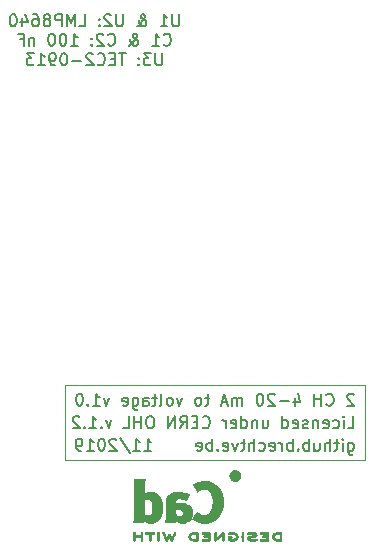
<source format=gbo>
G04 #@! TF.GenerationSoftware,KiCad,Pcbnew,5.1.5-52549c5~84~ubuntu19.04.1*
G04 #@! TF.CreationDate,2019-11-23T15:47:04+01:00*
G04 #@! TF.ProjectId,2ch-4-20mA,3263682d-342d-4323-906d-412e6b696361,rev?*
G04 #@! TF.SameCoordinates,Original*
G04 #@! TF.FileFunction,Legend,Bot*
G04 #@! TF.FilePolarity,Positive*
%FSLAX46Y46*%
G04 Gerber Fmt 4.6, Leading zero omitted, Abs format (unit mm)*
G04 Created by KiCad (PCBNEW 5.1.5-52549c5~84~ubuntu19.04.1) date 2019-11-23 15:47:04*
%MOMM*%
%LPD*%
G04 APERTURE LIST*
%ADD10C,0.120000*%
%ADD11C,0.150000*%
%ADD12C,0.010000*%
G04 APERTURE END LIST*
D10*
X135890000Y-111125000D02*
X135890000Y-117475000D01*
X161290000Y-111125000D02*
X135890000Y-111125000D01*
X161290000Y-117475000D02*
X161290000Y-111125000D01*
D11*
X159843214Y-114752380D02*
X160319404Y-114752380D01*
X160319404Y-113752380D01*
X159509880Y-114752380D02*
X159509880Y-114085714D01*
X159509880Y-113752380D02*
X159557500Y-113800000D01*
X159509880Y-113847619D01*
X159462261Y-113800000D01*
X159509880Y-113752380D01*
X159509880Y-113847619D01*
X158605119Y-114704761D02*
X158700357Y-114752380D01*
X158890833Y-114752380D01*
X158986071Y-114704761D01*
X159033690Y-114657142D01*
X159081309Y-114561904D01*
X159081309Y-114276190D01*
X159033690Y-114180952D01*
X158986071Y-114133333D01*
X158890833Y-114085714D01*
X158700357Y-114085714D01*
X158605119Y-114133333D01*
X157795595Y-114704761D02*
X157890833Y-114752380D01*
X158081309Y-114752380D01*
X158176547Y-114704761D01*
X158224166Y-114609523D01*
X158224166Y-114228571D01*
X158176547Y-114133333D01*
X158081309Y-114085714D01*
X157890833Y-114085714D01*
X157795595Y-114133333D01*
X157747976Y-114228571D01*
X157747976Y-114323809D01*
X158224166Y-114419047D01*
X157319404Y-114085714D02*
X157319404Y-114752380D01*
X157319404Y-114180952D02*
X157271785Y-114133333D01*
X157176547Y-114085714D01*
X157033690Y-114085714D01*
X156938452Y-114133333D01*
X156890833Y-114228571D01*
X156890833Y-114752380D01*
X156462261Y-114704761D02*
X156367023Y-114752380D01*
X156176547Y-114752380D01*
X156081309Y-114704761D01*
X156033690Y-114609523D01*
X156033690Y-114561904D01*
X156081309Y-114466666D01*
X156176547Y-114419047D01*
X156319404Y-114419047D01*
X156414642Y-114371428D01*
X156462261Y-114276190D01*
X156462261Y-114228571D01*
X156414642Y-114133333D01*
X156319404Y-114085714D01*
X156176547Y-114085714D01*
X156081309Y-114133333D01*
X155224166Y-114704761D02*
X155319404Y-114752380D01*
X155509880Y-114752380D01*
X155605119Y-114704761D01*
X155652738Y-114609523D01*
X155652738Y-114228571D01*
X155605119Y-114133333D01*
X155509880Y-114085714D01*
X155319404Y-114085714D01*
X155224166Y-114133333D01*
X155176547Y-114228571D01*
X155176547Y-114323809D01*
X155652738Y-114419047D01*
X154319404Y-114752380D02*
X154319404Y-113752380D01*
X154319404Y-114704761D02*
X154414642Y-114752380D01*
X154605119Y-114752380D01*
X154700357Y-114704761D01*
X154747976Y-114657142D01*
X154795595Y-114561904D01*
X154795595Y-114276190D01*
X154747976Y-114180952D01*
X154700357Y-114133333D01*
X154605119Y-114085714D01*
X154414642Y-114085714D01*
X154319404Y-114133333D01*
X152652738Y-114085714D02*
X152652738Y-114752380D01*
X153081309Y-114085714D02*
X153081309Y-114609523D01*
X153033690Y-114704761D01*
X152938452Y-114752380D01*
X152795595Y-114752380D01*
X152700357Y-114704761D01*
X152652738Y-114657142D01*
X152176547Y-114085714D02*
X152176547Y-114752380D01*
X152176547Y-114180952D02*
X152128928Y-114133333D01*
X152033690Y-114085714D01*
X151890833Y-114085714D01*
X151795595Y-114133333D01*
X151747976Y-114228571D01*
X151747976Y-114752380D01*
X150843214Y-114752380D02*
X150843214Y-113752380D01*
X150843214Y-114704761D02*
X150938452Y-114752380D01*
X151128928Y-114752380D01*
X151224166Y-114704761D01*
X151271785Y-114657142D01*
X151319404Y-114561904D01*
X151319404Y-114276190D01*
X151271785Y-114180952D01*
X151224166Y-114133333D01*
X151128928Y-114085714D01*
X150938452Y-114085714D01*
X150843214Y-114133333D01*
X149986071Y-114704761D02*
X150081309Y-114752380D01*
X150271785Y-114752380D01*
X150367023Y-114704761D01*
X150414642Y-114609523D01*
X150414642Y-114228571D01*
X150367023Y-114133333D01*
X150271785Y-114085714D01*
X150081309Y-114085714D01*
X149986071Y-114133333D01*
X149938452Y-114228571D01*
X149938452Y-114323809D01*
X150414642Y-114419047D01*
X149509880Y-114752380D02*
X149509880Y-114085714D01*
X149509880Y-114276190D02*
X149462261Y-114180952D01*
X149414642Y-114133333D01*
X149319404Y-114085714D01*
X149224166Y-114085714D01*
X147557500Y-114657142D02*
X147605119Y-114704761D01*
X147747976Y-114752380D01*
X147843214Y-114752380D01*
X147986071Y-114704761D01*
X148081309Y-114609523D01*
X148128928Y-114514285D01*
X148176547Y-114323809D01*
X148176547Y-114180952D01*
X148128928Y-113990476D01*
X148081309Y-113895238D01*
X147986071Y-113800000D01*
X147843214Y-113752380D01*
X147747976Y-113752380D01*
X147605119Y-113800000D01*
X147557500Y-113847619D01*
X147128928Y-114228571D02*
X146795595Y-114228571D01*
X146652738Y-114752380D02*
X147128928Y-114752380D01*
X147128928Y-113752380D01*
X146652738Y-113752380D01*
X145652738Y-114752380D02*
X145986071Y-114276190D01*
X146224166Y-114752380D02*
X146224166Y-113752380D01*
X145843214Y-113752380D01*
X145747976Y-113800000D01*
X145700357Y-113847619D01*
X145652738Y-113942857D01*
X145652738Y-114085714D01*
X145700357Y-114180952D01*
X145747976Y-114228571D01*
X145843214Y-114276190D01*
X146224166Y-114276190D01*
X145224166Y-114752380D02*
X145224166Y-113752380D01*
X144652738Y-114752380D01*
X144652738Y-113752380D01*
X143224166Y-113752380D02*
X143033690Y-113752380D01*
X142938452Y-113800000D01*
X142843214Y-113895238D01*
X142795595Y-114085714D01*
X142795595Y-114419047D01*
X142843214Y-114609523D01*
X142938452Y-114704761D01*
X143033690Y-114752380D01*
X143224166Y-114752380D01*
X143319404Y-114704761D01*
X143414642Y-114609523D01*
X143462261Y-114419047D01*
X143462261Y-114085714D01*
X143414642Y-113895238D01*
X143319404Y-113800000D01*
X143224166Y-113752380D01*
X142367023Y-114752380D02*
X142367023Y-113752380D01*
X142367023Y-114228571D02*
X141795595Y-114228571D01*
X141795595Y-114752380D02*
X141795595Y-113752380D01*
X140843214Y-114752380D02*
X141319404Y-114752380D01*
X141319404Y-113752380D01*
X139843214Y-114085714D02*
X139605119Y-114752380D01*
X139367023Y-114085714D01*
X138986071Y-114657142D02*
X138938452Y-114704761D01*
X138986071Y-114752380D01*
X139033690Y-114704761D01*
X138986071Y-114657142D01*
X138986071Y-114752380D01*
X137986071Y-114752380D02*
X138557500Y-114752380D01*
X138271785Y-114752380D02*
X138271785Y-113752380D01*
X138367023Y-113895238D01*
X138462261Y-113990476D01*
X138557500Y-114038095D01*
X137557500Y-114657142D02*
X137509880Y-114704761D01*
X137557500Y-114752380D01*
X137605119Y-114704761D01*
X137557500Y-114657142D01*
X137557500Y-114752380D01*
X137128928Y-113847619D02*
X137081309Y-113800000D01*
X136986071Y-113752380D01*
X136747976Y-113752380D01*
X136652738Y-113800000D01*
X136605119Y-113847619D01*
X136557500Y-113942857D01*
X136557500Y-114038095D01*
X136605119Y-114180952D01*
X137176547Y-114752380D01*
X136557500Y-114752380D01*
D10*
X161290000Y-117475000D02*
X135890000Y-117475000D01*
D11*
X142622500Y-116657380D02*
X143193928Y-116657380D01*
X142908214Y-116657380D02*
X142908214Y-115657380D01*
X143003452Y-115800238D01*
X143098690Y-115895476D01*
X143193928Y-115943095D01*
X141670119Y-116657380D02*
X142241547Y-116657380D01*
X141955833Y-116657380D02*
X141955833Y-115657380D01*
X142051071Y-115800238D01*
X142146309Y-115895476D01*
X142241547Y-115943095D01*
X140527261Y-115609761D02*
X141384404Y-116895476D01*
X140241547Y-115752619D02*
X140193928Y-115705000D01*
X140098690Y-115657380D01*
X139860595Y-115657380D01*
X139765357Y-115705000D01*
X139717738Y-115752619D01*
X139670119Y-115847857D01*
X139670119Y-115943095D01*
X139717738Y-116085952D01*
X140289166Y-116657380D01*
X139670119Y-116657380D01*
X139051071Y-115657380D02*
X138955833Y-115657380D01*
X138860595Y-115705000D01*
X138812976Y-115752619D01*
X138765357Y-115847857D01*
X138717738Y-116038333D01*
X138717738Y-116276428D01*
X138765357Y-116466904D01*
X138812976Y-116562142D01*
X138860595Y-116609761D01*
X138955833Y-116657380D01*
X139051071Y-116657380D01*
X139146309Y-116609761D01*
X139193928Y-116562142D01*
X139241547Y-116466904D01*
X139289166Y-116276428D01*
X139289166Y-116038333D01*
X139241547Y-115847857D01*
X139193928Y-115752619D01*
X139146309Y-115705000D01*
X139051071Y-115657380D01*
X137765357Y-116657380D02*
X138336785Y-116657380D01*
X138051071Y-116657380D02*
X138051071Y-115657380D01*
X138146309Y-115800238D01*
X138241547Y-115895476D01*
X138336785Y-115943095D01*
X137289166Y-116657380D02*
X137098690Y-116657380D01*
X137003452Y-116609761D01*
X136955833Y-116562142D01*
X136860595Y-116419285D01*
X136812976Y-116228809D01*
X136812976Y-115847857D01*
X136860595Y-115752619D01*
X136908214Y-115705000D01*
X137003452Y-115657380D01*
X137193928Y-115657380D01*
X137289166Y-115705000D01*
X137336785Y-115752619D01*
X137384404Y-115847857D01*
X137384404Y-116085952D01*
X137336785Y-116181190D01*
X137289166Y-116228809D01*
X137193928Y-116276428D01*
X137003452Y-116276428D01*
X136908214Y-116228809D01*
X136860595Y-116181190D01*
X136812976Y-116085952D01*
X159890833Y-115990714D02*
X159890833Y-116800238D01*
X159938452Y-116895476D01*
X159986071Y-116943095D01*
X160081309Y-116990714D01*
X160224166Y-116990714D01*
X160319404Y-116943095D01*
X159890833Y-116609761D02*
X159986071Y-116657380D01*
X160176547Y-116657380D01*
X160271785Y-116609761D01*
X160319404Y-116562142D01*
X160367023Y-116466904D01*
X160367023Y-116181190D01*
X160319404Y-116085952D01*
X160271785Y-116038333D01*
X160176547Y-115990714D01*
X159986071Y-115990714D01*
X159890833Y-116038333D01*
X159414642Y-116657380D02*
X159414642Y-115990714D01*
X159414642Y-115657380D02*
X159462261Y-115705000D01*
X159414642Y-115752619D01*
X159367023Y-115705000D01*
X159414642Y-115657380D01*
X159414642Y-115752619D01*
X159081309Y-115990714D02*
X158700357Y-115990714D01*
X158938452Y-115657380D02*
X158938452Y-116514523D01*
X158890833Y-116609761D01*
X158795595Y-116657380D01*
X158700357Y-116657380D01*
X158367023Y-116657380D02*
X158367023Y-115657380D01*
X157938452Y-116657380D02*
X157938452Y-116133571D01*
X157986071Y-116038333D01*
X158081309Y-115990714D01*
X158224166Y-115990714D01*
X158319404Y-116038333D01*
X158367023Y-116085952D01*
X157033690Y-115990714D02*
X157033690Y-116657380D01*
X157462261Y-115990714D02*
X157462261Y-116514523D01*
X157414642Y-116609761D01*
X157319404Y-116657380D01*
X157176547Y-116657380D01*
X157081309Y-116609761D01*
X157033690Y-116562142D01*
X156557500Y-116657380D02*
X156557500Y-115657380D01*
X156557500Y-116038333D02*
X156462261Y-115990714D01*
X156271785Y-115990714D01*
X156176547Y-116038333D01*
X156128928Y-116085952D01*
X156081309Y-116181190D01*
X156081309Y-116466904D01*
X156128928Y-116562142D01*
X156176547Y-116609761D01*
X156271785Y-116657380D01*
X156462261Y-116657380D01*
X156557500Y-116609761D01*
X155652738Y-116562142D02*
X155605119Y-116609761D01*
X155652738Y-116657380D01*
X155700357Y-116609761D01*
X155652738Y-116562142D01*
X155652738Y-116657380D01*
X155176547Y-116657380D02*
X155176547Y-115657380D01*
X155176547Y-116038333D02*
X155081309Y-115990714D01*
X154890833Y-115990714D01*
X154795595Y-116038333D01*
X154747976Y-116085952D01*
X154700357Y-116181190D01*
X154700357Y-116466904D01*
X154747976Y-116562142D01*
X154795595Y-116609761D01*
X154890833Y-116657380D01*
X155081309Y-116657380D01*
X155176547Y-116609761D01*
X154271785Y-116657380D02*
X154271785Y-115990714D01*
X154271785Y-116181190D02*
X154224166Y-116085952D01*
X154176547Y-116038333D01*
X154081309Y-115990714D01*
X153986071Y-115990714D01*
X153271785Y-116609761D02*
X153367023Y-116657380D01*
X153557500Y-116657380D01*
X153652738Y-116609761D01*
X153700357Y-116514523D01*
X153700357Y-116133571D01*
X153652738Y-116038333D01*
X153557500Y-115990714D01*
X153367023Y-115990714D01*
X153271785Y-116038333D01*
X153224166Y-116133571D01*
X153224166Y-116228809D01*
X153700357Y-116324047D01*
X152367023Y-116609761D02*
X152462261Y-116657380D01*
X152652738Y-116657380D01*
X152747976Y-116609761D01*
X152795595Y-116562142D01*
X152843214Y-116466904D01*
X152843214Y-116181190D01*
X152795595Y-116085952D01*
X152747976Y-116038333D01*
X152652738Y-115990714D01*
X152462261Y-115990714D01*
X152367023Y-116038333D01*
X151938452Y-116657380D02*
X151938452Y-115657380D01*
X151509880Y-116657380D02*
X151509880Y-116133571D01*
X151557500Y-116038333D01*
X151652738Y-115990714D01*
X151795595Y-115990714D01*
X151890833Y-116038333D01*
X151938452Y-116085952D01*
X151176547Y-115990714D02*
X150795595Y-115990714D01*
X151033690Y-115657380D02*
X151033690Y-116514523D01*
X150986071Y-116609761D01*
X150890833Y-116657380D01*
X150795595Y-116657380D01*
X150557500Y-115990714D02*
X150319404Y-116657380D01*
X150081309Y-115990714D01*
X149319404Y-116609761D02*
X149414642Y-116657380D01*
X149605119Y-116657380D01*
X149700357Y-116609761D01*
X149747976Y-116514523D01*
X149747976Y-116133571D01*
X149700357Y-116038333D01*
X149605119Y-115990714D01*
X149414642Y-115990714D01*
X149319404Y-116038333D01*
X149271785Y-116133571D01*
X149271785Y-116228809D01*
X149747976Y-116324047D01*
X148843214Y-116562142D02*
X148795595Y-116609761D01*
X148843214Y-116657380D01*
X148890833Y-116609761D01*
X148843214Y-116562142D01*
X148843214Y-116657380D01*
X148367023Y-116657380D02*
X148367023Y-115657380D01*
X148367023Y-116038333D02*
X148271785Y-115990714D01*
X148081309Y-115990714D01*
X147986071Y-116038333D01*
X147938452Y-116085952D01*
X147890833Y-116181190D01*
X147890833Y-116466904D01*
X147938452Y-116562142D01*
X147986071Y-116609761D01*
X148081309Y-116657380D01*
X148271785Y-116657380D01*
X148367023Y-116609761D01*
X147081309Y-116609761D02*
X147176547Y-116657380D01*
X147367023Y-116657380D01*
X147462261Y-116609761D01*
X147509880Y-116514523D01*
X147509880Y-116133571D01*
X147462261Y-116038333D01*
X147367023Y-115990714D01*
X147176547Y-115990714D01*
X147081309Y-116038333D01*
X147033690Y-116133571D01*
X147033690Y-116228809D01*
X147509880Y-116324047D01*
X160367023Y-111942619D02*
X160319404Y-111895000D01*
X160224166Y-111847380D01*
X159986071Y-111847380D01*
X159890833Y-111895000D01*
X159843214Y-111942619D01*
X159795595Y-112037857D01*
X159795595Y-112133095D01*
X159843214Y-112275952D01*
X160414642Y-112847380D01*
X159795595Y-112847380D01*
X158033690Y-112752142D02*
X158081309Y-112799761D01*
X158224166Y-112847380D01*
X158319404Y-112847380D01*
X158462261Y-112799761D01*
X158557500Y-112704523D01*
X158605119Y-112609285D01*
X158652738Y-112418809D01*
X158652738Y-112275952D01*
X158605119Y-112085476D01*
X158557500Y-111990238D01*
X158462261Y-111895000D01*
X158319404Y-111847380D01*
X158224166Y-111847380D01*
X158081309Y-111895000D01*
X158033690Y-111942619D01*
X157605119Y-112847380D02*
X157605119Y-111847380D01*
X157605119Y-112323571D02*
X157033690Y-112323571D01*
X157033690Y-112847380D02*
X157033690Y-111847380D01*
X155367023Y-112180714D02*
X155367023Y-112847380D01*
X155605119Y-111799761D02*
X155843214Y-112514047D01*
X155224166Y-112514047D01*
X154843214Y-112466428D02*
X154081309Y-112466428D01*
X153652738Y-111942619D02*
X153605119Y-111895000D01*
X153509880Y-111847380D01*
X153271785Y-111847380D01*
X153176547Y-111895000D01*
X153128928Y-111942619D01*
X153081309Y-112037857D01*
X153081309Y-112133095D01*
X153128928Y-112275952D01*
X153700357Y-112847380D01*
X153081309Y-112847380D01*
X152462261Y-111847380D02*
X152367023Y-111847380D01*
X152271785Y-111895000D01*
X152224166Y-111942619D01*
X152176547Y-112037857D01*
X152128928Y-112228333D01*
X152128928Y-112466428D01*
X152176547Y-112656904D01*
X152224166Y-112752142D01*
X152271785Y-112799761D01*
X152367023Y-112847380D01*
X152462261Y-112847380D01*
X152557500Y-112799761D01*
X152605119Y-112752142D01*
X152652738Y-112656904D01*
X152700357Y-112466428D01*
X152700357Y-112228333D01*
X152652738Y-112037857D01*
X152605119Y-111942619D01*
X152557500Y-111895000D01*
X152462261Y-111847380D01*
X150938452Y-112847380D02*
X150938452Y-112180714D01*
X150938452Y-112275952D02*
X150890833Y-112228333D01*
X150795595Y-112180714D01*
X150652738Y-112180714D01*
X150557500Y-112228333D01*
X150509880Y-112323571D01*
X150509880Y-112847380D01*
X150509880Y-112323571D02*
X150462261Y-112228333D01*
X150367023Y-112180714D01*
X150224166Y-112180714D01*
X150128928Y-112228333D01*
X150081309Y-112323571D01*
X150081309Y-112847380D01*
X149652738Y-112561666D02*
X149176547Y-112561666D01*
X149747976Y-112847380D02*
X149414642Y-111847380D01*
X149081309Y-112847380D01*
X148128928Y-112180714D02*
X147747976Y-112180714D01*
X147986071Y-111847380D02*
X147986071Y-112704523D01*
X147938452Y-112799761D01*
X147843214Y-112847380D01*
X147747976Y-112847380D01*
X147271785Y-112847380D02*
X147367023Y-112799761D01*
X147414642Y-112752142D01*
X147462261Y-112656904D01*
X147462261Y-112371190D01*
X147414642Y-112275952D01*
X147367023Y-112228333D01*
X147271785Y-112180714D01*
X147128928Y-112180714D01*
X147033690Y-112228333D01*
X146986071Y-112275952D01*
X146938452Y-112371190D01*
X146938452Y-112656904D01*
X146986071Y-112752142D01*
X147033690Y-112799761D01*
X147128928Y-112847380D01*
X147271785Y-112847380D01*
X145843214Y-112180714D02*
X145605119Y-112847380D01*
X145367023Y-112180714D01*
X144843214Y-112847380D02*
X144938452Y-112799761D01*
X144986071Y-112752142D01*
X145033690Y-112656904D01*
X145033690Y-112371190D01*
X144986071Y-112275952D01*
X144938452Y-112228333D01*
X144843214Y-112180714D01*
X144700357Y-112180714D01*
X144605119Y-112228333D01*
X144557500Y-112275952D01*
X144509880Y-112371190D01*
X144509880Y-112656904D01*
X144557500Y-112752142D01*
X144605119Y-112799761D01*
X144700357Y-112847380D01*
X144843214Y-112847380D01*
X143938452Y-112847380D02*
X144033690Y-112799761D01*
X144081309Y-112704523D01*
X144081309Y-111847380D01*
X143700357Y-112180714D02*
X143319404Y-112180714D01*
X143557500Y-111847380D02*
X143557500Y-112704523D01*
X143509880Y-112799761D01*
X143414642Y-112847380D01*
X143319404Y-112847380D01*
X142557500Y-112847380D02*
X142557500Y-112323571D01*
X142605119Y-112228333D01*
X142700357Y-112180714D01*
X142890833Y-112180714D01*
X142986071Y-112228333D01*
X142557500Y-112799761D02*
X142652738Y-112847380D01*
X142890833Y-112847380D01*
X142986071Y-112799761D01*
X143033690Y-112704523D01*
X143033690Y-112609285D01*
X142986071Y-112514047D01*
X142890833Y-112466428D01*
X142652738Y-112466428D01*
X142557500Y-112418809D01*
X141652738Y-112180714D02*
X141652738Y-112990238D01*
X141700357Y-113085476D01*
X141747976Y-113133095D01*
X141843214Y-113180714D01*
X141986071Y-113180714D01*
X142081309Y-113133095D01*
X141652738Y-112799761D02*
X141747976Y-112847380D01*
X141938452Y-112847380D01*
X142033690Y-112799761D01*
X142081309Y-112752142D01*
X142128928Y-112656904D01*
X142128928Y-112371190D01*
X142081309Y-112275952D01*
X142033690Y-112228333D01*
X141938452Y-112180714D01*
X141747976Y-112180714D01*
X141652738Y-112228333D01*
X140795595Y-112799761D02*
X140890833Y-112847380D01*
X141081309Y-112847380D01*
X141176547Y-112799761D01*
X141224166Y-112704523D01*
X141224166Y-112323571D01*
X141176547Y-112228333D01*
X141081309Y-112180714D01*
X140890833Y-112180714D01*
X140795595Y-112228333D01*
X140747976Y-112323571D01*
X140747976Y-112418809D01*
X141224166Y-112514047D01*
X139652738Y-112180714D02*
X139414642Y-112847380D01*
X139176547Y-112180714D01*
X138271785Y-112847380D02*
X138843214Y-112847380D01*
X138557500Y-112847380D02*
X138557500Y-111847380D01*
X138652738Y-111990238D01*
X138747976Y-112085476D01*
X138843214Y-112133095D01*
X137843214Y-112752142D02*
X137795595Y-112799761D01*
X137843214Y-112847380D01*
X137890833Y-112799761D01*
X137843214Y-112752142D01*
X137843214Y-112847380D01*
X137176547Y-111847380D02*
X137081309Y-111847380D01*
X136986071Y-111895000D01*
X136938452Y-111942619D01*
X136890833Y-112037857D01*
X136843214Y-112228333D01*
X136843214Y-112466428D01*
X136890833Y-112656904D01*
X136938452Y-112752142D01*
X136986071Y-112799761D01*
X137081309Y-112847380D01*
X137176547Y-112847380D01*
X137271785Y-112799761D01*
X137319404Y-112752142D01*
X137367023Y-112656904D01*
X137414642Y-112466428D01*
X137414642Y-112228333D01*
X137367023Y-112037857D01*
X137319404Y-111942619D01*
X137271785Y-111895000D01*
X137176547Y-111847380D01*
X145572857Y-79717380D02*
X145572857Y-80526904D01*
X145525238Y-80622142D01*
X145477619Y-80669761D01*
X145382380Y-80717380D01*
X145191904Y-80717380D01*
X145096666Y-80669761D01*
X145049047Y-80622142D01*
X145001428Y-80526904D01*
X145001428Y-79717380D01*
X144001428Y-80717380D02*
X144572857Y-80717380D01*
X144287142Y-80717380D02*
X144287142Y-79717380D01*
X144382380Y-79860238D01*
X144477619Y-79955476D01*
X144572857Y-80003095D01*
X142001428Y-80717380D02*
X142049047Y-80717380D01*
X142144285Y-80669761D01*
X142287142Y-80526904D01*
X142525238Y-80241190D01*
X142620476Y-80098333D01*
X142668095Y-79955476D01*
X142668095Y-79860238D01*
X142620476Y-79765000D01*
X142525238Y-79717380D01*
X142477619Y-79717380D01*
X142382380Y-79765000D01*
X142334761Y-79860238D01*
X142334761Y-79907857D01*
X142382380Y-80003095D01*
X142430000Y-80050714D01*
X142715714Y-80241190D01*
X142763333Y-80288809D01*
X142810952Y-80384047D01*
X142810952Y-80526904D01*
X142763333Y-80622142D01*
X142715714Y-80669761D01*
X142620476Y-80717380D01*
X142477619Y-80717380D01*
X142382380Y-80669761D01*
X142334761Y-80622142D01*
X142191904Y-80431666D01*
X142144285Y-80288809D01*
X142144285Y-80193571D01*
X140810952Y-79717380D02*
X140810952Y-80526904D01*
X140763333Y-80622142D01*
X140715714Y-80669761D01*
X140620476Y-80717380D01*
X140430000Y-80717380D01*
X140334761Y-80669761D01*
X140287142Y-80622142D01*
X140239523Y-80526904D01*
X140239523Y-79717380D01*
X139810952Y-79812619D02*
X139763333Y-79765000D01*
X139668095Y-79717380D01*
X139430000Y-79717380D01*
X139334761Y-79765000D01*
X139287142Y-79812619D01*
X139239523Y-79907857D01*
X139239523Y-80003095D01*
X139287142Y-80145952D01*
X139858571Y-80717380D01*
X139239523Y-80717380D01*
X138810952Y-80622142D02*
X138763333Y-80669761D01*
X138810952Y-80717380D01*
X138858571Y-80669761D01*
X138810952Y-80622142D01*
X138810952Y-80717380D01*
X138810952Y-80098333D02*
X138763333Y-80145952D01*
X138810952Y-80193571D01*
X138858571Y-80145952D01*
X138810952Y-80098333D01*
X138810952Y-80193571D01*
X137096666Y-80717380D02*
X137572857Y-80717380D01*
X137572857Y-79717380D01*
X136763333Y-80717380D02*
X136763333Y-79717380D01*
X136430000Y-80431666D01*
X136096666Y-79717380D01*
X136096666Y-80717380D01*
X135620476Y-80717380D02*
X135620476Y-79717380D01*
X135239523Y-79717380D01*
X135144285Y-79765000D01*
X135096666Y-79812619D01*
X135049047Y-79907857D01*
X135049047Y-80050714D01*
X135096666Y-80145952D01*
X135144285Y-80193571D01*
X135239523Y-80241190D01*
X135620476Y-80241190D01*
X134477619Y-80145952D02*
X134572857Y-80098333D01*
X134620476Y-80050714D01*
X134668095Y-79955476D01*
X134668095Y-79907857D01*
X134620476Y-79812619D01*
X134572857Y-79765000D01*
X134477619Y-79717380D01*
X134287142Y-79717380D01*
X134191904Y-79765000D01*
X134144285Y-79812619D01*
X134096666Y-79907857D01*
X134096666Y-79955476D01*
X134144285Y-80050714D01*
X134191904Y-80098333D01*
X134287142Y-80145952D01*
X134477619Y-80145952D01*
X134572857Y-80193571D01*
X134620476Y-80241190D01*
X134668095Y-80336428D01*
X134668095Y-80526904D01*
X134620476Y-80622142D01*
X134572857Y-80669761D01*
X134477619Y-80717380D01*
X134287142Y-80717380D01*
X134191904Y-80669761D01*
X134144285Y-80622142D01*
X134096666Y-80526904D01*
X134096666Y-80336428D01*
X134144285Y-80241190D01*
X134191904Y-80193571D01*
X134287142Y-80145952D01*
X133239523Y-79717380D02*
X133430000Y-79717380D01*
X133525238Y-79765000D01*
X133572857Y-79812619D01*
X133668095Y-79955476D01*
X133715714Y-80145952D01*
X133715714Y-80526904D01*
X133668095Y-80622142D01*
X133620476Y-80669761D01*
X133525238Y-80717380D01*
X133334761Y-80717380D01*
X133239523Y-80669761D01*
X133191904Y-80622142D01*
X133144285Y-80526904D01*
X133144285Y-80288809D01*
X133191904Y-80193571D01*
X133239523Y-80145952D01*
X133334761Y-80098333D01*
X133525238Y-80098333D01*
X133620476Y-80145952D01*
X133668095Y-80193571D01*
X133715714Y-80288809D01*
X132287142Y-80050714D02*
X132287142Y-80717380D01*
X132525238Y-79669761D02*
X132763333Y-80384047D01*
X132144285Y-80384047D01*
X131572857Y-79717380D02*
X131477619Y-79717380D01*
X131382380Y-79765000D01*
X131334761Y-79812619D01*
X131287142Y-79907857D01*
X131239523Y-80098333D01*
X131239523Y-80336428D01*
X131287142Y-80526904D01*
X131334761Y-80622142D01*
X131382380Y-80669761D01*
X131477619Y-80717380D01*
X131572857Y-80717380D01*
X131668095Y-80669761D01*
X131715714Y-80622142D01*
X131763333Y-80526904D01*
X131810952Y-80336428D01*
X131810952Y-80098333D01*
X131763333Y-79907857D01*
X131715714Y-79812619D01*
X131668095Y-79765000D01*
X131572857Y-79717380D01*
X144263333Y-82272142D02*
X144310952Y-82319761D01*
X144453809Y-82367380D01*
X144549047Y-82367380D01*
X144691904Y-82319761D01*
X144787142Y-82224523D01*
X144834761Y-82129285D01*
X144882380Y-81938809D01*
X144882380Y-81795952D01*
X144834761Y-81605476D01*
X144787142Y-81510238D01*
X144691904Y-81415000D01*
X144549047Y-81367380D01*
X144453809Y-81367380D01*
X144310952Y-81415000D01*
X144263333Y-81462619D01*
X143310952Y-82367380D02*
X143882380Y-82367380D01*
X143596666Y-82367380D02*
X143596666Y-81367380D01*
X143691904Y-81510238D01*
X143787142Y-81605476D01*
X143882380Y-81653095D01*
X141310952Y-82367380D02*
X141358571Y-82367380D01*
X141453809Y-82319761D01*
X141596666Y-82176904D01*
X141834761Y-81891190D01*
X141930000Y-81748333D01*
X141977619Y-81605476D01*
X141977619Y-81510238D01*
X141930000Y-81415000D01*
X141834761Y-81367380D01*
X141787142Y-81367380D01*
X141691904Y-81415000D01*
X141644285Y-81510238D01*
X141644285Y-81557857D01*
X141691904Y-81653095D01*
X141739523Y-81700714D01*
X142025238Y-81891190D01*
X142072857Y-81938809D01*
X142120476Y-82034047D01*
X142120476Y-82176904D01*
X142072857Y-82272142D01*
X142025238Y-82319761D01*
X141930000Y-82367380D01*
X141787142Y-82367380D01*
X141691904Y-82319761D01*
X141644285Y-82272142D01*
X141501428Y-82081666D01*
X141453809Y-81938809D01*
X141453809Y-81843571D01*
X139549047Y-82272142D02*
X139596666Y-82319761D01*
X139739523Y-82367380D01*
X139834761Y-82367380D01*
X139977619Y-82319761D01*
X140072857Y-82224523D01*
X140120476Y-82129285D01*
X140168095Y-81938809D01*
X140168095Y-81795952D01*
X140120476Y-81605476D01*
X140072857Y-81510238D01*
X139977619Y-81415000D01*
X139834761Y-81367380D01*
X139739523Y-81367380D01*
X139596666Y-81415000D01*
X139549047Y-81462619D01*
X139168095Y-81462619D02*
X139120476Y-81415000D01*
X139025238Y-81367380D01*
X138787142Y-81367380D01*
X138691904Y-81415000D01*
X138644285Y-81462619D01*
X138596666Y-81557857D01*
X138596666Y-81653095D01*
X138644285Y-81795952D01*
X139215714Y-82367380D01*
X138596666Y-82367380D01*
X138168095Y-82272142D02*
X138120476Y-82319761D01*
X138168095Y-82367380D01*
X138215714Y-82319761D01*
X138168095Y-82272142D01*
X138168095Y-82367380D01*
X138168095Y-81748333D02*
X138120476Y-81795952D01*
X138168095Y-81843571D01*
X138215714Y-81795952D01*
X138168095Y-81748333D01*
X138168095Y-81843571D01*
X136406190Y-82367380D02*
X136977619Y-82367380D01*
X136691904Y-82367380D02*
X136691904Y-81367380D01*
X136787142Y-81510238D01*
X136882380Y-81605476D01*
X136977619Y-81653095D01*
X135787142Y-81367380D02*
X135691904Y-81367380D01*
X135596666Y-81415000D01*
X135549047Y-81462619D01*
X135501428Y-81557857D01*
X135453809Y-81748333D01*
X135453809Y-81986428D01*
X135501428Y-82176904D01*
X135549047Y-82272142D01*
X135596666Y-82319761D01*
X135691904Y-82367380D01*
X135787142Y-82367380D01*
X135882380Y-82319761D01*
X135930000Y-82272142D01*
X135977619Y-82176904D01*
X136025238Y-81986428D01*
X136025238Y-81748333D01*
X135977619Y-81557857D01*
X135930000Y-81462619D01*
X135882380Y-81415000D01*
X135787142Y-81367380D01*
X134834761Y-81367380D02*
X134739523Y-81367380D01*
X134644285Y-81415000D01*
X134596666Y-81462619D01*
X134549047Y-81557857D01*
X134501428Y-81748333D01*
X134501428Y-81986428D01*
X134549047Y-82176904D01*
X134596666Y-82272142D01*
X134644285Y-82319761D01*
X134739523Y-82367380D01*
X134834761Y-82367380D01*
X134930000Y-82319761D01*
X134977619Y-82272142D01*
X135025238Y-82176904D01*
X135072857Y-81986428D01*
X135072857Y-81748333D01*
X135025238Y-81557857D01*
X134977619Y-81462619D01*
X134930000Y-81415000D01*
X134834761Y-81367380D01*
X133310952Y-81700714D02*
X133310952Y-82367380D01*
X133310952Y-81795952D02*
X133263333Y-81748333D01*
X133168095Y-81700714D01*
X133025238Y-81700714D01*
X132930000Y-81748333D01*
X132882380Y-81843571D01*
X132882380Y-82367380D01*
X132072857Y-81843571D02*
X132406190Y-81843571D01*
X132406190Y-82367380D02*
X132406190Y-81367380D01*
X131930000Y-81367380D01*
X144144285Y-83017380D02*
X144144285Y-83826904D01*
X144096666Y-83922142D01*
X144049047Y-83969761D01*
X143953809Y-84017380D01*
X143763333Y-84017380D01*
X143668095Y-83969761D01*
X143620476Y-83922142D01*
X143572857Y-83826904D01*
X143572857Y-83017380D01*
X143191904Y-83017380D02*
X142572857Y-83017380D01*
X142906190Y-83398333D01*
X142763333Y-83398333D01*
X142668095Y-83445952D01*
X142620476Y-83493571D01*
X142572857Y-83588809D01*
X142572857Y-83826904D01*
X142620476Y-83922142D01*
X142668095Y-83969761D01*
X142763333Y-84017380D01*
X143049047Y-84017380D01*
X143144285Y-83969761D01*
X143191904Y-83922142D01*
X142144285Y-83922142D02*
X142096666Y-83969761D01*
X142144285Y-84017380D01*
X142191904Y-83969761D01*
X142144285Y-83922142D01*
X142144285Y-84017380D01*
X142144285Y-83398333D02*
X142096666Y-83445952D01*
X142144285Y-83493571D01*
X142191904Y-83445952D01*
X142144285Y-83398333D01*
X142144285Y-83493571D01*
X141049047Y-83017380D02*
X140477619Y-83017380D01*
X140763333Y-84017380D02*
X140763333Y-83017380D01*
X140144285Y-83493571D02*
X139810952Y-83493571D01*
X139668095Y-84017380D02*
X140144285Y-84017380D01*
X140144285Y-83017380D01*
X139668095Y-83017380D01*
X138668095Y-83922142D02*
X138715714Y-83969761D01*
X138858571Y-84017380D01*
X138953809Y-84017380D01*
X139096666Y-83969761D01*
X139191904Y-83874523D01*
X139239523Y-83779285D01*
X139287142Y-83588809D01*
X139287142Y-83445952D01*
X139239523Y-83255476D01*
X139191904Y-83160238D01*
X139096666Y-83065000D01*
X138953809Y-83017380D01*
X138858571Y-83017380D01*
X138715714Y-83065000D01*
X138668095Y-83112619D01*
X138287142Y-83112619D02*
X138239523Y-83065000D01*
X138144285Y-83017380D01*
X137906190Y-83017380D01*
X137810952Y-83065000D01*
X137763333Y-83112619D01*
X137715714Y-83207857D01*
X137715714Y-83303095D01*
X137763333Y-83445952D01*
X138334761Y-84017380D01*
X137715714Y-84017380D01*
X137287142Y-83636428D02*
X136525238Y-83636428D01*
X135858571Y-83017380D02*
X135763333Y-83017380D01*
X135668095Y-83065000D01*
X135620476Y-83112619D01*
X135572857Y-83207857D01*
X135525238Y-83398333D01*
X135525238Y-83636428D01*
X135572857Y-83826904D01*
X135620476Y-83922142D01*
X135668095Y-83969761D01*
X135763333Y-84017380D01*
X135858571Y-84017380D01*
X135953809Y-83969761D01*
X136001428Y-83922142D01*
X136049047Y-83826904D01*
X136096666Y-83636428D01*
X136096666Y-83398333D01*
X136049047Y-83207857D01*
X136001428Y-83112619D01*
X135953809Y-83065000D01*
X135858571Y-83017380D01*
X135049047Y-84017380D02*
X134858571Y-84017380D01*
X134763333Y-83969761D01*
X134715714Y-83922142D01*
X134620476Y-83779285D01*
X134572857Y-83588809D01*
X134572857Y-83207857D01*
X134620476Y-83112619D01*
X134668095Y-83065000D01*
X134763333Y-83017380D01*
X134953809Y-83017380D01*
X135049047Y-83065000D01*
X135096666Y-83112619D01*
X135144285Y-83207857D01*
X135144285Y-83445952D01*
X135096666Y-83541190D01*
X135049047Y-83588809D01*
X134953809Y-83636428D01*
X134763333Y-83636428D01*
X134668095Y-83588809D01*
X134620476Y-83541190D01*
X134572857Y-83445952D01*
X133620476Y-84017380D02*
X134191904Y-84017380D01*
X133906190Y-84017380D02*
X133906190Y-83017380D01*
X134001428Y-83160238D01*
X134096666Y-83255476D01*
X134191904Y-83303095D01*
X133287142Y-83017380D02*
X132668095Y-83017380D01*
X133001428Y-83398333D01*
X132858571Y-83398333D01*
X132763333Y-83445952D01*
X132715714Y-83493571D01*
X132668095Y-83588809D01*
X132668095Y-83826904D01*
X132715714Y-83922142D01*
X132763333Y-83969761D01*
X132858571Y-84017380D01*
X133144285Y-84017380D01*
X133239523Y-83969761D01*
X133287142Y-83922142D01*
D12*
G36*
X141726177Y-123559533D02*
G01*
X141694798Y-123581776D01*
X141667089Y-123609485D01*
X141667089Y-123918920D01*
X141667162Y-124010799D01*
X141667505Y-124082840D01*
X141668308Y-124137780D01*
X141669759Y-124178360D01*
X141672048Y-124207317D01*
X141675364Y-124227391D01*
X141679895Y-124241321D01*
X141685831Y-124251845D01*
X141690486Y-124258100D01*
X141721217Y-124282673D01*
X141756504Y-124285341D01*
X141788755Y-124270271D01*
X141799412Y-124261374D01*
X141806536Y-124249557D01*
X141810833Y-124230526D01*
X141813009Y-124199992D01*
X141813772Y-124153662D01*
X141813845Y-124117871D01*
X141813845Y-123983045D01*
X142310556Y-123983045D01*
X142310556Y-124105700D01*
X142311069Y-124161787D01*
X142313124Y-124200333D01*
X142317492Y-124226361D01*
X142324944Y-124244897D01*
X142333953Y-124258100D01*
X142364856Y-124282604D01*
X142399804Y-124285506D01*
X142433262Y-124268089D01*
X142442396Y-124258959D01*
X142448848Y-124246855D01*
X142453103Y-124228001D01*
X142455648Y-124198620D01*
X142456971Y-124154937D01*
X142457557Y-124093175D01*
X142457625Y-124079000D01*
X142458109Y-123962631D01*
X142458359Y-123866727D01*
X142458277Y-123789177D01*
X142457769Y-123727869D01*
X142456738Y-123680690D01*
X142455087Y-123645530D01*
X142452721Y-123620276D01*
X142449543Y-123602817D01*
X142445456Y-123591041D01*
X142440366Y-123582835D01*
X142434734Y-123576645D01*
X142402872Y-123556844D01*
X142369643Y-123559533D01*
X142338265Y-123581776D01*
X142325567Y-123596126D01*
X142317474Y-123611978D01*
X142312958Y-123634554D01*
X142310994Y-123669078D01*
X142310556Y-123720776D01*
X142310556Y-123836289D01*
X141813845Y-123836289D01*
X141813845Y-123717756D01*
X141813338Y-123663148D01*
X141811302Y-123626275D01*
X141806965Y-123602307D01*
X141799553Y-123586415D01*
X141791267Y-123576645D01*
X141759406Y-123556844D01*
X141726177Y-123559533D01*
G37*
X141726177Y-123559533D02*
X141694798Y-123581776D01*
X141667089Y-123609485D01*
X141667089Y-123918920D01*
X141667162Y-124010799D01*
X141667505Y-124082840D01*
X141668308Y-124137780D01*
X141669759Y-124178360D01*
X141672048Y-124207317D01*
X141675364Y-124227391D01*
X141679895Y-124241321D01*
X141685831Y-124251845D01*
X141690486Y-124258100D01*
X141721217Y-124282673D01*
X141756504Y-124285341D01*
X141788755Y-124270271D01*
X141799412Y-124261374D01*
X141806536Y-124249557D01*
X141810833Y-124230526D01*
X141813009Y-124199992D01*
X141813772Y-124153662D01*
X141813845Y-124117871D01*
X141813845Y-123983045D01*
X142310556Y-123983045D01*
X142310556Y-124105700D01*
X142311069Y-124161787D01*
X142313124Y-124200333D01*
X142317492Y-124226361D01*
X142324944Y-124244897D01*
X142333953Y-124258100D01*
X142364856Y-124282604D01*
X142399804Y-124285506D01*
X142433262Y-124268089D01*
X142442396Y-124258959D01*
X142448848Y-124246855D01*
X142453103Y-124228001D01*
X142455648Y-124198620D01*
X142456971Y-124154937D01*
X142457557Y-124093175D01*
X142457625Y-124079000D01*
X142458109Y-123962631D01*
X142458359Y-123866727D01*
X142458277Y-123789177D01*
X142457769Y-123727869D01*
X142456738Y-123680690D01*
X142455087Y-123645530D01*
X142452721Y-123620276D01*
X142449543Y-123602817D01*
X142445456Y-123591041D01*
X142440366Y-123582835D01*
X142434734Y-123576645D01*
X142402872Y-123556844D01*
X142369643Y-123559533D01*
X142338265Y-123581776D01*
X142325567Y-123596126D01*
X142317474Y-123611978D01*
X142312958Y-123634554D01*
X142310994Y-123669078D01*
X142310556Y-123720776D01*
X142310556Y-123836289D01*
X141813845Y-123836289D01*
X141813845Y-123717756D01*
X141813338Y-123663148D01*
X141811302Y-123626275D01*
X141806965Y-123602307D01*
X141799553Y-123586415D01*
X141791267Y-123576645D01*
X141759406Y-123556844D01*
X141726177Y-123559533D01*
G36*
X142991935Y-123554163D02*
G01*
X142913228Y-123554542D01*
X142852137Y-123555333D01*
X142806183Y-123556670D01*
X142772886Y-123558683D01*
X142749764Y-123561506D01*
X142734338Y-123565269D01*
X142724129Y-123570105D01*
X142719187Y-123573822D01*
X142693543Y-123606358D01*
X142690441Y-123640138D01*
X142706289Y-123670826D01*
X142716652Y-123683089D01*
X142727804Y-123691450D01*
X142743965Y-123696657D01*
X142769358Y-123699457D01*
X142808202Y-123700596D01*
X142864720Y-123700821D01*
X142875820Y-123700822D01*
X143021756Y-123700822D01*
X143021756Y-123971756D01*
X143021852Y-124057154D01*
X143022289Y-124122864D01*
X143023288Y-124171774D01*
X143025072Y-124206773D01*
X143027863Y-124230749D01*
X143031883Y-124246593D01*
X143037355Y-124257191D01*
X143044334Y-124265267D01*
X143077266Y-124285112D01*
X143111646Y-124283548D01*
X143142824Y-124260906D01*
X143145114Y-124258100D01*
X143152571Y-124247492D01*
X143158253Y-124235081D01*
X143162399Y-124217850D01*
X143165250Y-124192784D01*
X143167046Y-124156867D01*
X143168028Y-124107083D01*
X143168436Y-124040417D01*
X143168511Y-123964589D01*
X143168511Y-123700822D01*
X143307873Y-123700822D01*
X143367678Y-123700418D01*
X143409082Y-123698840D01*
X143436252Y-123695547D01*
X143453354Y-123689992D01*
X143464557Y-123681631D01*
X143465917Y-123680178D01*
X143482275Y-123646939D01*
X143480828Y-123609362D01*
X143462022Y-123576645D01*
X143454750Y-123570298D01*
X143445373Y-123565266D01*
X143431391Y-123561396D01*
X143410304Y-123558537D01*
X143379611Y-123556535D01*
X143336811Y-123555239D01*
X143279405Y-123554498D01*
X143204890Y-123554158D01*
X143110767Y-123554068D01*
X143090740Y-123554067D01*
X142991935Y-123554163D01*
G37*
X142991935Y-123554163D02*
X142913228Y-123554542D01*
X142852137Y-123555333D01*
X142806183Y-123556670D01*
X142772886Y-123558683D01*
X142749764Y-123561506D01*
X142734338Y-123565269D01*
X142724129Y-123570105D01*
X142719187Y-123573822D01*
X142693543Y-123606358D01*
X142690441Y-123640138D01*
X142706289Y-123670826D01*
X142716652Y-123683089D01*
X142727804Y-123691450D01*
X142743965Y-123696657D01*
X142769358Y-123699457D01*
X142808202Y-123700596D01*
X142864720Y-123700821D01*
X142875820Y-123700822D01*
X143021756Y-123700822D01*
X143021756Y-123971756D01*
X143021852Y-124057154D01*
X143022289Y-124122864D01*
X143023288Y-124171774D01*
X143025072Y-124206773D01*
X143027863Y-124230749D01*
X143031883Y-124246593D01*
X143037355Y-124257191D01*
X143044334Y-124265267D01*
X143077266Y-124285112D01*
X143111646Y-124283548D01*
X143142824Y-124260906D01*
X143145114Y-124258100D01*
X143152571Y-124247492D01*
X143158253Y-124235081D01*
X143162399Y-124217850D01*
X143165250Y-124192784D01*
X143167046Y-124156867D01*
X143168028Y-124107083D01*
X143168436Y-124040417D01*
X143168511Y-123964589D01*
X143168511Y-123700822D01*
X143307873Y-123700822D01*
X143367678Y-123700418D01*
X143409082Y-123698840D01*
X143436252Y-123695547D01*
X143453354Y-123689992D01*
X143464557Y-123681631D01*
X143465917Y-123680178D01*
X143482275Y-123646939D01*
X143480828Y-123609362D01*
X143462022Y-123576645D01*
X143454750Y-123570298D01*
X143445373Y-123565266D01*
X143431391Y-123561396D01*
X143410304Y-123558537D01*
X143379611Y-123556535D01*
X143336811Y-123555239D01*
X143279405Y-123554498D01*
X143204890Y-123554158D01*
X143110767Y-123554068D01*
X143090740Y-123554067D01*
X142991935Y-123554163D01*
G36*
X143766386Y-123560877D02*
G01*
X143742673Y-123575647D01*
X143716022Y-123597227D01*
X143716022Y-123918773D01*
X143716107Y-124012830D01*
X143716471Y-124086932D01*
X143717276Y-124143704D01*
X143718687Y-124185768D01*
X143720867Y-124215748D01*
X143723979Y-124236267D01*
X143728186Y-124249949D01*
X143733652Y-124259416D01*
X143737528Y-124264082D01*
X143768966Y-124284575D01*
X143804767Y-124283739D01*
X143836127Y-124266264D01*
X143862778Y-124244684D01*
X143862778Y-123597227D01*
X143836127Y-123575647D01*
X143810406Y-123559949D01*
X143789400Y-123554067D01*
X143766386Y-123560877D01*
G37*
X143766386Y-123560877D02*
X143742673Y-123575647D01*
X143716022Y-123597227D01*
X143716022Y-123918773D01*
X143716107Y-124012830D01*
X143716471Y-124086932D01*
X143717276Y-124143704D01*
X143718687Y-124185768D01*
X143720867Y-124215748D01*
X143723979Y-124236267D01*
X143728186Y-124249949D01*
X143733652Y-124259416D01*
X143737528Y-124264082D01*
X143768966Y-124284575D01*
X143804767Y-124283739D01*
X143836127Y-124266264D01*
X143862778Y-124244684D01*
X143862778Y-123597227D01*
X143836127Y-123575647D01*
X143810406Y-123559949D01*
X143789400Y-123554067D01*
X143766386Y-123560877D01*
G36*
X144210335Y-123556034D02*
G01*
X144190745Y-123563035D01*
X144189990Y-123563377D01*
X144163387Y-123583678D01*
X144148730Y-123604561D01*
X144145862Y-123614352D01*
X144146004Y-123627361D01*
X144150039Y-123645895D01*
X144158854Y-123672257D01*
X144173331Y-123708752D01*
X144194355Y-123757687D01*
X144222812Y-123821365D01*
X144259585Y-123902093D01*
X144279825Y-123946216D01*
X144316375Y-124024985D01*
X144350685Y-124097423D01*
X144381448Y-124160880D01*
X144407352Y-124212708D01*
X144427090Y-124250259D01*
X144439350Y-124270884D01*
X144441776Y-124273733D01*
X144472817Y-124286302D01*
X144507879Y-124284619D01*
X144536000Y-124269332D01*
X144537146Y-124268089D01*
X144548332Y-124251154D01*
X144567096Y-124218170D01*
X144591125Y-124173380D01*
X144618103Y-124121032D01*
X144627799Y-124101742D01*
X144700986Y-123955150D01*
X144780760Y-124114393D01*
X144809233Y-124169415D01*
X144835650Y-124217132D01*
X144857852Y-124253893D01*
X144873681Y-124276044D01*
X144879046Y-124280741D01*
X144920743Y-124287102D01*
X144955151Y-124273733D01*
X144965272Y-124259446D01*
X144982786Y-124227692D01*
X145006265Y-124181597D01*
X145034280Y-124124285D01*
X145065401Y-124058880D01*
X145098201Y-123988507D01*
X145131250Y-123916291D01*
X145163119Y-123845355D01*
X145192381Y-123778825D01*
X145217605Y-123719826D01*
X145237364Y-123671481D01*
X145250228Y-123636915D01*
X145254769Y-123619253D01*
X145254723Y-123618613D01*
X145243674Y-123596388D01*
X145221590Y-123573753D01*
X145220290Y-123572768D01*
X145193147Y-123557425D01*
X145168042Y-123557574D01*
X145158632Y-123560466D01*
X145147166Y-123566718D01*
X145134990Y-123579014D01*
X145120643Y-123599908D01*
X145102664Y-123631949D01*
X145079593Y-123677688D01*
X145049970Y-123739677D01*
X145023255Y-123796898D01*
X144992520Y-123863226D01*
X144964979Y-123922874D01*
X144942062Y-123972725D01*
X144925202Y-124009664D01*
X144915827Y-124030573D01*
X144914460Y-124033845D01*
X144908311Y-124028497D01*
X144894178Y-124006109D01*
X144873943Y-123969946D01*
X144849485Y-123923277D01*
X144839752Y-123904022D01*
X144806783Y-123839004D01*
X144781357Y-123791654D01*
X144761388Y-123759219D01*
X144744790Y-123738946D01*
X144729476Y-123728082D01*
X144713360Y-123723875D01*
X144702857Y-123723400D01*
X144684330Y-123725042D01*
X144668096Y-123731831D01*
X144651965Y-123746566D01*
X144633749Y-123772044D01*
X144611261Y-123811061D01*
X144582311Y-123866414D01*
X144566338Y-123897903D01*
X144540430Y-123948087D01*
X144517833Y-123989704D01*
X144500542Y-124019242D01*
X144490550Y-124033189D01*
X144489191Y-124033770D01*
X144482739Y-124022793D01*
X144468292Y-123994290D01*
X144447297Y-123951244D01*
X144421203Y-123896638D01*
X144391454Y-123833454D01*
X144376820Y-123802071D01*
X144338750Y-123721078D01*
X144308095Y-123658756D01*
X144283263Y-123613071D01*
X144262663Y-123581989D01*
X144244702Y-123563478D01*
X144227790Y-123555504D01*
X144210335Y-123556034D01*
G37*
X144210335Y-123556034D02*
X144190745Y-123563035D01*
X144189990Y-123563377D01*
X144163387Y-123583678D01*
X144148730Y-123604561D01*
X144145862Y-123614352D01*
X144146004Y-123627361D01*
X144150039Y-123645895D01*
X144158854Y-123672257D01*
X144173331Y-123708752D01*
X144194355Y-123757687D01*
X144222812Y-123821365D01*
X144259585Y-123902093D01*
X144279825Y-123946216D01*
X144316375Y-124024985D01*
X144350685Y-124097423D01*
X144381448Y-124160880D01*
X144407352Y-124212708D01*
X144427090Y-124250259D01*
X144439350Y-124270884D01*
X144441776Y-124273733D01*
X144472817Y-124286302D01*
X144507879Y-124284619D01*
X144536000Y-124269332D01*
X144537146Y-124268089D01*
X144548332Y-124251154D01*
X144567096Y-124218170D01*
X144591125Y-124173380D01*
X144618103Y-124121032D01*
X144627799Y-124101742D01*
X144700986Y-123955150D01*
X144780760Y-124114393D01*
X144809233Y-124169415D01*
X144835650Y-124217132D01*
X144857852Y-124253893D01*
X144873681Y-124276044D01*
X144879046Y-124280741D01*
X144920743Y-124287102D01*
X144955151Y-124273733D01*
X144965272Y-124259446D01*
X144982786Y-124227692D01*
X145006265Y-124181597D01*
X145034280Y-124124285D01*
X145065401Y-124058880D01*
X145098201Y-123988507D01*
X145131250Y-123916291D01*
X145163119Y-123845355D01*
X145192381Y-123778825D01*
X145217605Y-123719826D01*
X145237364Y-123671481D01*
X145250228Y-123636915D01*
X145254769Y-123619253D01*
X145254723Y-123618613D01*
X145243674Y-123596388D01*
X145221590Y-123573753D01*
X145220290Y-123572768D01*
X145193147Y-123557425D01*
X145168042Y-123557574D01*
X145158632Y-123560466D01*
X145147166Y-123566718D01*
X145134990Y-123579014D01*
X145120643Y-123599908D01*
X145102664Y-123631949D01*
X145079593Y-123677688D01*
X145049970Y-123739677D01*
X145023255Y-123796898D01*
X144992520Y-123863226D01*
X144964979Y-123922874D01*
X144942062Y-123972725D01*
X144925202Y-124009664D01*
X144915827Y-124030573D01*
X144914460Y-124033845D01*
X144908311Y-124028497D01*
X144894178Y-124006109D01*
X144873943Y-123969946D01*
X144849485Y-123923277D01*
X144839752Y-123904022D01*
X144806783Y-123839004D01*
X144781357Y-123791654D01*
X144761388Y-123759219D01*
X144744790Y-123738946D01*
X144729476Y-123728082D01*
X144713360Y-123723875D01*
X144702857Y-123723400D01*
X144684330Y-123725042D01*
X144668096Y-123731831D01*
X144651965Y-123746566D01*
X144633749Y-123772044D01*
X144611261Y-123811061D01*
X144582311Y-123866414D01*
X144566338Y-123897903D01*
X144540430Y-123948087D01*
X144517833Y-123989704D01*
X144500542Y-124019242D01*
X144490550Y-124033189D01*
X144489191Y-124033770D01*
X144482739Y-124022793D01*
X144468292Y-123994290D01*
X144447297Y-123951244D01*
X144421203Y-123896638D01*
X144391454Y-123833454D01*
X144376820Y-123802071D01*
X144338750Y-123721078D01*
X144308095Y-123658756D01*
X144283263Y-123613071D01*
X144262663Y-123581989D01*
X144244702Y-123563478D01*
X144227790Y-123555504D01*
X144210335Y-123556034D01*
G36*
X146936691Y-123554275D02*
G01*
X146807712Y-123558636D01*
X146698009Y-123571861D01*
X146605774Y-123594741D01*
X146529198Y-123628070D01*
X146466473Y-123672638D01*
X146415788Y-123729236D01*
X146375337Y-123798658D01*
X146374541Y-123800351D01*
X146350399Y-123862483D01*
X146341797Y-123917509D01*
X146348769Y-123972887D01*
X146371346Y-124036073D01*
X146375628Y-124045689D01*
X146404828Y-124101966D01*
X146437644Y-124145451D01*
X146479998Y-124182417D01*
X146537810Y-124219135D01*
X146541169Y-124221052D01*
X146591496Y-124245227D01*
X146648379Y-124263282D01*
X146715473Y-124275839D01*
X146796435Y-124283522D01*
X146894918Y-124286953D01*
X146929714Y-124287251D01*
X147095406Y-124287845D01*
X147118803Y-124258100D01*
X147125743Y-124248319D01*
X147131158Y-124236897D01*
X147135235Y-124221095D01*
X147138163Y-124198175D01*
X147140133Y-124165396D01*
X147140775Y-124141089D01*
X146984156Y-124141089D01*
X146890274Y-124141089D01*
X146835336Y-124139483D01*
X146778940Y-124135255D01*
X146732655Y-124129292D01*
X146729861Y-124128790D01*
X146647652Y-124106736D01*
X146583886Y-124073600D01*
X146536548Y-124027847D01*
X146503618Y-123967939D01*
X146497892Y-123952061D01*
X146492279Y-123927333D01*
X146494709Y-123902902D01*
X146506533Y-123870400D01*
X146513660Y-123854434D01*
X146537000Y-123812006D01*
X146565120Y-123782240D01*
X146596060Y-123761511D01*
X146658034Y-123734537D01*
X146737349Y-123714998D01*
X146829747Y-123703746D01*
X146896667Y-123701270D01*
X146984156Y-123700822D01*
X146984156Y-124141089D01*
X147140775Y-124141089D01*
X147141332Y-124120021D01*
X147141950Y-124059311D01*
X147142175Y-123980526D01*
X147142200Y-123918920D01*
X147142200Y-123609485D01*
X147114491Y-123581776D01*
X147102194Y-123570544D01*
X147088897Y-123562853D01*
X147070328Y-123558040D01*
X147042214Y-123555446D01*
X147000283Y-123554410D01*
X146940263Y-123554270D01*
X146936691Y-123554275D01*
G37*
X146936691Y-123554275D02*
X146807712Y-123558636D01*
X146698009Y-123571861D01*
X146605774Y-123594741D01*
X146529198Y-123628070D01*
X146466473Y-123672638D01*
X146415788Y-123729236D01*
X146375337Y-123798658D01*
X146374541Y-123800351D01*
X146350399Y-123862483D01*
X146341797Y-123917509D01*
X146348769Y-123972887D01*
X146371346Y-124036073D01*
X146375628Y-124045689D01*
X146404828Y-124101966D01*
X146437644Y-124145451D01*
X146479998Y-124182417D01*
X146537810Y-124219135D01*
X146541169Y-124221052D01*
X146591496Y-124245227D01*
X146648379Y-124263282D01*
X146715473Y-124275839D01*
X146796435Y-124283522D01*
X146894918Y-124286953D01*
X146929714Y-124287251D01*
X147095406Y-124287845D01*
X147118803Y-124258100D01*
X147125743Y-124248319D01*
X147131158Y-124236897D01*
X147135235Y-124221095D01*
X147138163Y-124198175D01*
X147140133Y-124165396D01*
X147140775Y-124141089D01*
X146984156Y-124141089D01*
X146890274Y-124141089D01*
X146835336Y-124139483D01*
X146778940Y-124135255D01*
X146732655Y-124129292D01*
X146729861Y-124128790D01*
X146647652Y-124106736D01*
X146583886Y-124073600D01*
X146536548Y-124027847D01*
X146503618Y-123967939D01*
X146497892Y-123952061D01*
X146492279Y-123927333D01*
X146494709Y-123902902D01*
X146506533Y-123870400D01*
X146513660Y-123854434D01*
X146537000Y-123812006D01*
X146565120Y-123782240D01*
X146596060Y-123761511D01*
X146658034Y-123734537D01*
X146737349Y-123714998D01*
X146829747Y-123703746D01*
X146896667Y-123701270D01*
X146984156Y-123700822D01*
X146984156Y-124141089D01*
X147140775Y-124141089D01*
X147141332Y-124120021D01*
X147141950Y-124059311D01*
X147142175Y-123980526D01*
X147142200Y-123918920D01*
X147142200Y-123609485D01*
X147114491Y-123581776D01*
X147102194Y-123570544D01*
X147088897Y-123562853D01*
X147070328Y-123558040D01*
X147042214Y-123555446D01*
X147000283Y-123554410D01*
X146940263Y-123554270D01*
X146936691Y-123554275D01*
G36*
X147724657Y-123554260D02*
G01*
X147648299Y-123555174D01*
X147589783Y-123557311D01*
X147546745Y-123561175D01*
X147516817Y-123567267D01*
X147497632Y-123576090D01*
X147486824Y-123588146D01*
X147482027Y-123603939D01*
X147480873Y-123623970D01*
X147480867Y-123626335D01*
X147481869Y-123648992D01*
X147486604Y-123666503D01*
X147497667Y-123679574D01*
X147517652Y-123688913D01*
X147549154Y-123695227D01*
X147594768Y-123699222D01*
X147657087Y-123701606D01*
X147738707Y-123703086D01*
X147763723Y-123703414D01*
X148005800Y-123706467D01*
X148009186Y-123771378D01*
X148012571Y-123836289D01*
X147844424Y-123836289D01*
X147778734Y-123836531D01*
X147731828Y-123837556D01*
X147699917Y-123839811D01*
X147679209Y-123843742D01*
X147665916Y-123849798D01*
X147656245Y-123858424D01*
X147656183Y-123858493D01*
X147638644Y-123892112D01*
X147639278Y-123928448D01*
X147657686Y-123959423D01*
X147661329Y-123962607D01*
X147674259Y-123970812D01*
X147691976Y-123976521D01*
X147718430Y-123980162D01*
X147757568Y-123982167D01*
X147813338Y-123982964D01*
X147849006Y-123983045D01*
X148011445Y-123983045D01*
X148011445Y-124141089D01*
X147764839Y-124141089D01*
X147683420Y-124141231D01*
X147621590Y-124141814D01*
X147576363Y-124143068D01*
X147544752Y-124145227D01*
X147523769Y-124148523D01*
X147510427Y-124153189D01*
X147501739Y-124159457D01*
X147499550Y-124161733D01*
X147483386Y-124193280D01*
X147482203Y-124229168D01*
X147495464Y-124260285D01*
X147505957Y-124270271D01*
X147516871Y-124275769D01*
X147533783Y-124280022D01*
X147559367Y-124283180D01*
X147596299Y-124285392D01*
X147647254Y-124286806D01*
X147714906Y-124287572D01*
X147801931Y-124287838D01*
X147821606Y-124287845D01*
X147910089Y-124287787D01*
X147978773Y-124287467D01*
X148030436Y-124286667D01*
X148067855Y-124285167D01*
X148093810Y-124282749D01*
X148111078Y-124279194D01*
X148122438Y-124274282D01*
X148130668Y-124267795D01*
X148135183Y-124263138D01*
X148141979Y-124254889D01*
X148147288Y-124244669D01*
X148151294Y-124229800D01*
X148154179Y-124207602D01*
X148156126Y-124175393D01*
X148157319Y-124130496D01*
X148157939Y-124070228D01*
X148158171Y-123991911D01*
X148158200Y-123925994D01*
X148158129Y-123833628D01*
X148157792Y-123761117D01*
X148157002Y-123705737D01*
X148155574Y-123664765D01*
X148153321Y-123635478D01*
X148150057Y-123615153D01*
X148145596Y-123601066D01*
X148139752Y-123590495D01*
X148134803Y-123583811D01*
X148111406Y-123554067D01*
X147821226Y-123554067D01*
X147724657Y-123554260D01*
G37*
X147724657Y-123554260D02*
X147648299Y-123555174D01*
X147589783Y-123557311D01*
X147546745Y-123561175D01*
X147516817Y-123567267D01*
X147497632Y-123576090D01*
X147486824Y-123588146D01*
X147482027Y-123603939D01*
X147480873Y-123623970D01*
X147480867Y-123626335D01*
X147481869Y-123648992D01*
X147486604Y-123666503D01*
X147497667Y-123679574D01*
X147517652Y-123688913D01*
X147549154Y-123695227D01*
X147594768Y-123699222D01*
X147657087Y-123701606D01*
X147738707Y-123703086D01*
X147763723Y-123703414D01*
X148005800Y-123706467D01*
X148009186Y-123771378D01*
X148012571Y-123836289D01*
X147844424Y-123836289D01*
X147778734Y-123836531D01*
X147731828Y-123837556D01*
X147699917Y-123839811D01*
X147679209Y-123843742D01*
X147665916Y-123849798D01*
X147656245Y-123858424D01*
X147656183Y-123858493D01*
X147638644Y-123892112D01*
X147639278Y-123928448D01*
X147657686Y-123959423D01*
X147661329Y-123962607D01*
X147674259Y-123970812D01*
X147691976Y-123976521D01*
X147718430Y-123980162D01*
X147757568Y-123982167D01*
X147813338Y-123982964D01*
X147849006Y-123983045D01*
X148011445Y-123983045D01*
X148011445Y-124141089D01*
X147764839Y-124141089D01*
X147683420Y-124141231D01*
X147621590Y-124141814D01*
X147576363Y-124143068D01*
X147544752Y-124145227D01*
X147523769Y-124148523D01*
X147510427Y-124153189D01*
X147501739Y-124159457D01*
X147499550Y-124161733D01*
X147483386Y-124193280D01*
X147482203Y-124229168D01*
X147495464Y-124260285D01*
X147505957Y-124270271D01*
X147516871Y-124275769D01*
X147533783Y-124280022D01*
X147559367Y-124283180D01*
X147596299Y-124285392D01*
X147647254Y-124286806D01*
X147714906Y-124287572D01*
X147801931Y-124287838D01*
X147821606Y-124287845D01*
X147910089Y-124287787D01*
X147978773Y-124287467D01*
X148030436Y-124286667D01*
X148067855Y-124285167D01*
X148093810Y-124282749D01*
X148111078Y-124279194D01*
X148122438Y-124274282D01*
X148130668Y-124267795D01*
X148135183Y-124263138D01*
X148141979Y-124254889D01*
X148147288Y-124244669D01*
X148151294Y-124229800D01*
X148154179Y-124207602D01*
X148156126Y-124175393D01*
X148157319Y-124130496D01*
X148157939Y-124070228D01*
X148158171Y-123991911D01*
X148158200Y-123925994D01*
X148158129Y-123833628D01*
X148157792Y-123761117D01*
X148157002Y-123705737D01*
X148155574Y-123664765D01*
X148153321Y-123635478D01*
X148150057Y-123615153D01*
X148145596Y-123601066D01*
X148139752Y-123590495D01*
X148134803Y-123583811D01*
X148111406Y-123554067D01*
X147821226Y-123554067D01*
X147724657Y-123554260D01*
G36*
X149255114Y-123558448D02*
G01*
X149231548Y-123572273D01*
X149200735Y-123594881D01*
X149161078Y-123627338D01*
X149110980Y-123670708D01*
X149048843Y-123726058D01*
X148973072Y-123794451D01*
X148886334Y-123873084D01*
X148705711Y-124036878D01*
X148700067Y-123817029D01*
X148698029Y-123741351D01*
X148696063Y-123684994D01*
X148693734Y-123644706D01*
X148690606Y-123617235D01*
X148686245Y-123599329D01*
X148680216Y-123587737D01*
X148672084Y-123579208D01*
X148667772Y-123575623D01*
X148633241Y-123556670D01*
X148600383Y-123559441D01*
X148574318Y-123575633D01*
X148547667Y-123597199D01*
X148544352Y-123912151D01*
X148543435Y-124004779D01*
X148542968Y-124077544D01*
X148543113Y-124133161D01*
X148544032Y-124174342D01*
X148545887Y-124203803D01*
X148548839Y-124224255D01*
X148553050Y-124238413D01*
X148558682Y-124248991D01*
X148564927Y-124257474D01*
X148578439Y-124273207D01*
X148591883Y-124283636D01*
X148607124Y-124287639D01*
X148626026Y-124284094D01*
X148650455Y-124271879D01*
X148682273Y-124249871D01*
X148723348Y-124216949D01*
X148775542Y-124171991D01*
X148840722Y-124113875D01*
X148914556Y-124047099D01*
X149179845Y-123806458D01*
X149185489Y-124025589D01*
X149187531Y-124101128D01*
X149189502Y-124157354D01*
X149191839Y-124197524D01*
X149194981Y-124224896D01*
X149199364Y-124242728D01*
X149205424Y-124254279D01*
X149213600Y-124262807D01*
X149217784Y-124266282D01*
X149254765Y-124285372D01*
X149289708Y-124282493D01*
X149320136Y-124258100D01*
X149327097Y-124248286D01*
X149332523Y-124236826D01*
X149336603Y-124220968D01*
X149339529Y-124197963D01*
X149341492Y-124165062D01*
X149342683Y-124119516D01*
X149343292Y-124058573D01*
X149343511Y-123979486D01*
X149343534Y-123920956D01*
X149343460Y-123829407D01*
X149343113Y-123757687D01*
X149342301Y-123703045D01*
X149340833Y-123662732D01*
X149338519Y-123633998D01*
X149335167Y-123614093D01*
X149330588Y-123600268D01*
X149324589Y-123589772D01*
X149320136Y-123583811D01*
X149308850Y-123569691D01*
X149298301Y-123559029D01*
X149286893Y-123552892D01*
X149273030Y-123552343D01*
X149255114Y-123558448D01*
G37*
X149255114Y-123558448D02*
X149231548Y-123572273D01*
X149200735Y-123594881D01*
X149161078Y-123627338D01*
X149110980Y-123670708D01*
X149048843Y-123726058D01*
X148973072Y-123794451D01*
X148886334Y-123873084D01*
X148705711Y-124036878D01*
X148700067Y-123817029D01*
X148698029Y-123741351D01*
X148696063Y-123684994D01*
X148693734Y-123644706D01*
X148690606Y-123617235D01*
X148686245Y-123599329D01*
X148680216Y-123587737D01*
X148672084Y-123579208D01*
X148667772Y-123575623D01*
X148633241Y-123556670D01*
X148600383Y-123559441D01*
X148574318Y-123575633D01*
X148547667Y-123597199D01*
X148544352Y-123912151D01*
X148543435Y-124004779D01*
X148542968Y-124077544D01*
X148543113Y-124133161D01*
X148544032Y-124174342D01*
X148545887Y-124203803D01*
X148548839Y-124224255D01*
X148553050Y-124238413D01*
X148558682Y-124248991D01*
X148564927Y-124257474D01*
X148578439Y-124273207D01*
X148591883Y-124283636D01*
X148607124Y-124287639D01*
X148626026Y-124284094D01*
X148650455Y-124271879D01*
X148682273Y-124249871D01*
X148723348Y-124216949D01*
X148775542Y-124171991D01*
X148840722Y-124113875D01*
X148914556Y-124047099D01*
X149179845Y-123806458D01*
X149185489Y-124025589D01*
X149187531Y-124101128D01*
X149189502Y-124157354D01*
X149191839Y-124197524D01*
X149194981Y-124224896D01*
X149199364Y-124242728D01*
X149205424Y-124254279D01*
X149213600Y-124262807D01*
X149217784Y-124266282D01*
X149254765Y-124285372D01*
X149289708Y-124282493D01*
X149320136Y-124258100D01*
X149327097Y-124248286D01*
X149332523Y-124236826D01*
X149336603Y-124220968D01*
X149339529Y-124197963D01*
X149341492Y-124165062D01*
X149342683Y-124119516D01*
X149343292Y-124058573D01*
X149343511Y-123979486D01*
X149343534Y-123920956D01*
X149343460Y-123829407D01*
X149343113Y-123757687D01*
X149342301Y-123703045D01*
X149340833Y-123662732D01*
X149338519Y-123633998D01*
X149335167Y-123614093D01*
X149330588Y-123600268D01*
X149324589Y-123589772D01*
X149320136Y-123583811D01*
X149308850Y-123569691D01*
X149298301Y-123559029D01*
X149286893Y-123552892D01*
X149273030Y-123552343D01*
X149255114Y-123558448D01*
G36*
X149905081Y-123559599D02*
G01*
X149836565Y-123571095D01*
X149783943Y-123588967D01*
X149749708Y-123612499D01*
X149740379Y-123625924D01*
X149730893Y-123657148D01*
X149737277Y-123685395D01*
X149757430Y-123712182D01*
X149788745Y-123724713D01*
X149834183Y-123723696D01*
X149869326Y-123716906D01*
X149947419Y-123703971D01*
X150027226Y-123702742D01*
X150116555Y-123713241D01*
X150141229Y-123717690D01*
X150224291Y-123741108D01*
X150289273Y-123775945D01*
X150335461Y-123821604D01*
X150362145Y-123877494D01*
X150367663Y-123906388D01*
X150364051Y-123965012D01*
X150340729Y-124016879D01*
X150299824Y-124060978D01*
X150243459Y-124096299D01*
X150173760Y-124121829D01*
X150092852Y-124136559D01*
X150002860Y-124139478D01*
X149905910Y-124129575D01*
X149900436Y-124128641D01*
X149861875Y-124121459D01*
X149840494Y-124114521D01*
X149831227Y-124104227D01*
X149829006Y-124086976D01*
X149828956Y-124077841D01*
X149828956Y-124039489D01*
X149897431Y-124039489D01*
X149957900Y-124035347D01*
X149999165Y-124022147D01*
X150023175Y-123998730D01*
X150031877Y-123963936D01*
X150031983Y-123959394D01*
X150026892Y-123929654D01*
X150009433Y-123908419D01*
X149976939Y-123894366D01*
X149926743Y-123886173D01*
X149878123Y-123883161D01*
X149807456Y-123881433D01*
X149756198Y-123884070D01*
X149721239Y-123893800D01*
X149699470Y-123913353D01*
X149687780Y-123945456D01*
X149683060Y-123992838D01*
X149682200Y-124055071D01*
X149683609Y-124124535D01*
X149687848Y-124171786D01*
X149694936Y-124197012D01*
X149696311Y-124198988D01*
X149735228Y-124230508D01*
X149792286Y-124255470D01*
X149863869Y-124273340D01*
X149946358Y-124283586D01*
X150036139Y-124285673D01*
X150129592Y-124279068D01*
X150184556Y-124270956D01*
X150270766Y-124246554D01*
X150350892Y-124206662D01*
X150417977Y-124154887D01*
X150428173Y-124144539D01*
X150461302Y-124101035D01*
X150491194Y-124047118D01*
X150514357Y-123990592D01*
X150527298Y-123939259D01*
X150528858Y-123919544D01*
X150522218Y-123878419D01*
X150504568Y-123827252D01*
X150479297Y-123773394D01*
X150449789Y-123724195D01*
X150423719Y-123691334D01*
X150362765Y-123642452D01*
X150283969Y-123603545D01*
X150190157Y-123575494D01*
X150084150Y-123559179D01*
X149987000Y-123555192D01*
X149905081Y-123559599D01*
G37*
X149905081Y-123559599D02*
X149836565Y-123571095D01*
X149783943Y-123588967D01*
X149749708Y-123612499D01*
X149740379Y-123625924D01*
X149730893Y-123657148D01*
X149737277Y-123685395D01*
X149757430Y-123712182D01*
X149788745Y-123724713D01*
X149834183Y-123723696D01*
X149869326Y-123716906D01*
X149947419Y-123703971D01*
X150027226Y-123702742D01*
X150116555Y-123713241D01*
X150141229Y-123717690D01*
X150224291Y-123741108D01*
X150289273Y-123775945D01*
X150335461Y-123821604D01*
X150362145Y-123877494D01*
X150367663Y-123906388D01*
X150364051Y-123965012D01*
X150340729Y-124016879D01*
X150299824Y-124060978D01*
X150243459Y-124096299D01*
X150173760Y-124121829D01*
X150092852Y-124136559D01*
X150002860Y-124139478D01*
X149905910Y-124129575D01*
X149900436Y-124128641D01*
X149861875Y-124121459D01*
X149840494Y-124114521D01*
X149831227Y-124104227D01*
X149829006Y-124086976D01*
X149828956Y-124077841D01*
X149828956Y-124039489D01*
X149897431Y-124039489D01*
X149957900Y-124035347D01*
X149999165Y-124022147D01*
X150023175Y-123998730D01*
X150031877Y-123963936D01*
X150031983Y-123959394D01*
X150026892Y-123929654D01*
X150009433Y-123908419D01*
X149976939Y-123894366D01*
X149926743Y-123886173D01*
X149878123Y-123883161D01*
X149807456Y-123881433D01*
X149756198Y-123884070D01*
X149721239Y-123893800D01*
X149699470Y-123913353D01*
X149687780Y-123945456D01*
X149683060Y-123992838D01*
X149682200Y-124055071D01*
X149683609Y-124124535D01*
X149687848Y-124171786D01*
X149694936Y-124197012D01*
X149696311Y-124198988D01*
X149735228Y-124230508D01*
X149792286Y-124255470D01*
X149863869Y-124273340D01*
X149946358Y-124283586D01*
X150036139Y-124285673D01*
X150129592Y-124279068D01*
X150184556Y-124270956D01*
X150270766Y-124246554D01*
X150350892Y-124206662D01*
X150417977Y-124154887D01*
X150428173Y-124144539D01*
X150461302Y-124101035D01*
X150491194Y-124047118D01*
X150514357Y-123990592D01*
X150527298Y-123939259D01*
X150528858Y-123919544D01*
X150522218Y-123878419D01*
X150504568Y-123827252D01*
X150479297Y-123773394D01*
X150449789Y-123724195D01*
X150423719Y-123691334D01*
X150362765Y-123642452D01*
X150283969Y-123603545D01*
X150190157Y-123575494D01*
X150084150Y-123559179D01*
X149987000Y-123555192D01*
X149905081Y-123559599D01*
G36*
X150878822Y-123576645D02*
G01*
X150872242Y-123584218D01*
X150867079Y-123593987D01*
X150863164Y-123608571D01*
X150860324Y-123630585D01*
X150858387Y-123662648D01*
X150857183Y-123707375D01*
X150856539Y-123767385D01*
X150856284Y-123845294D01*
X150856245Y-123920956D01*
X150856314Y-124014802D01*
X150856638Y-124088689D01*
X150857386Y-124145232D01*
X150858732Y-124187049D01*
X150860846Y-124216757D01*
X150863900Y-124236973D01*
X150868066Y-124250314D01*
X150873516Y-124259398D01*
X150878822Y-124265267D01*
X150911826Y-124284947D01*
X150946991Y-124283181D01*
X150978455Y-124261717D01*
X150985684Y-124253337D01*
X150991334Y-124243614D01*
X150995599Y-124229861D01*
X150998673Y-124209389D01*
X151000752Y-124179512D01*
X151002030Y-124137541D01*
X151002701Y-124080789D01*
X151002959Y-124006567D01*
X151003000Y-123922537D01*
X151003000Y-123609485D01*
X150975291Y-123581776D01*
X150941137Y-123558463D01*
X150908006Y-123557623D01*
X150878822Y-123576645D01*
G37*
X150878822Y-123576645D02*
X150872242Y-123584218D01*
X150867079Y-123593987D01*
X150863164Y-123608571D01*
X150860324Y-123630585D01*
X150858387Y-123662648D01*
X150857183Y-123707375D01*
X150856539Y-123767385D01*
X150856284Y-123845294D01*
X150856245Y-123920956D01*
X150856314Y-124014802D01*
X150856638Y-124088689D01*
X150857386Y-124145232D01*
X150858732Y-124187049D01*
X150860846Y-124216757D01*
X150863900Y-124236973D01*
X150868066Y-124250314D01*
X150873516Y-124259398D01*
X150878822Y-124265267D01*
X150911826Y-124284947D01*
X150946991Y-124283181D01*
X150978455Y-124261717D01*
X150985684Y-124253337D01*
X150991334Y-124243614D01*
X150995599Y-124229861D01*
X150998673Y-124209389D01*
X151000752Y-124179512D01*
X151002030Y-124137541D01*
X151002701Y-124080789D01*
X151002959Y-124006567D01*
X151003000Y-123922537D01*
X151003000Y-123609485D01*
X150975291Y-123581776D01*
X150941137Y-123558463D01*
X150908006Y-123557623D01*
X150878822Y-123576645D01*
G36*
X151646703Y-123555351D02*
G01*
X151571888Y-123560581D01*
X151502306Y-123568750D01*
X151442002Y-123579550D01*
X151395020Y-123592673D01*
X151365406Y-123607813D01*
X151360860Y-123612269D01*
X151345054Y-123646850D01*
X151349847Y-123682351D01*
X151374364Y-123712725D01*
X151375534Y-123713596D01*
X151389954Y-123722954D01*
X151405008Y-123727876D01*
X151426005Y-123728473D01*
X151458257Y-123724861D01*
X151507073Y-123717154D01*
X151511000Y-123716505D01*
X151583739Y-123707569D01*
X151662217Y-123703161D01*
X151740927Y-123703119D01*
X151814361Y-123707279D01*
X151877011Y-123715479D01*
X151923370Y-123727557D01*
X151926416Y-123728771D01*
X151960048Y-123747615D01*
X151971864Y-123766685D01*
X151962614Y-123785439D01*
X151933047Y-123803337D01*
X151883911Y-123819837D01*
X151815957Y-123834396D01*
X151770645Y-123841406D01*
X151676456Y-123854889D01*
X151601544Y-123867214D01*
X151542717Y-123879449D01*
X151496785Y-123892661D01*
X151460555Y-123907917D01*
X151430838Y-123926285D01*
X151404442Y-123948831D01*
X151383230Y-123970971D01*
X151358065Y-124001819D01*
X151345681Y-124028345D01*
X151341808Y-124061026D01*
X151341667Y-124072995D01*
X151344576Y-124112712D01*
X151356202Y-124142259D01*
X151376323Y-124168486D01*
X151417216Y-124208576D01*
X151462817Y-124239149D01*
X151516513Y-124261203D01*
X151581692Y-124275735D01*
X151661744Y-124283741D01*
X151760057Y-124286218D01*
X151776289Y-124286177D01*
X151841849Y-124284818D01*
X151906866Y-124281730D01*
X151964252Y-124277356D01*
X152006922Y-124272140D01*
X152010372Y-124271541D01*
X152052796Y-124261491D01*
X152088780Y-124248796D01*
X152109150Y-124237190D01*
X152128107Y-124206572D01*
X152129427Y-124170918D01*
X152113085Y-124139144D01*
X152109429Y-124135551D01*
X152094315Y-124124876D01*
X152075415Y-124120276D01*
X152046162Y-124121059D01*
X152010651Y-124125127D01*
X151970970Y-124128762D01*
X151915345Y-124131828D01*
X151850406Y-124134053D01*
X151782785Y-124135164D01*
X151765000Y-124135237D01*
X151697128Y-124134964D01*
X151647454Y-124133646D01*
X151611610Y-124130827D01*
X151585224Y-124126050D01*
X151563926Y-124118857D01*
X151551126Y-124112867D01*
X151523000Y-124096233D01*
X151505068Y-124081168D01*
X151502447Y-124076897D01*
X151507976Y-124059263D01*
X151534260Y-124042192D01*
X151579478Y-124026458D01*
X151641808Y-124012838D01*
X151660171Y-124009804D01*
X151756090Y-123994738D01*
X151832641Y-123982146D01*
X151892780Y-123971111D01*
X151939460Y-123960720D01*
X151975637Y-123950056D01*
X152004265Y-123938205D01*
X152028298Y-123924251D01*
X152050692Y-123907281D01*
X152074402Y-123886378D01*
X152082380Y-123879049D01*
X152110353Y-123851699D01*
X152125160Y-123830029D01*
X152130952Y-123805232D01*
X152131889Y-123773983D01*
X152121575Y-123712705D01*
X152090752Y-123660640D01*
X152039595Y-123617958D01*
X151968283Y-123584825D01*
X151917400Y-123569964D01*
X151862100Y-123560366D01*
X151795853Y-123554936D01*
X151722706Y-123553367D01*
X151646703Y-123555351D01*
G37*
X151646703Y-123555351D02*
X151571888Y-123560581D01*
X151502306Y-123568750D01*
X151442002Y-123579550D01*
X151395020Y-123592673D01*
X151365406Y-123607813D01*
X151360860Y-123612269D01*
X151345054Y-123646850D01*
X151349847Y-123682351D01*
X151374364Y-123712725D01*
X151375534Y-123713596D01*
X151389954Y-123722954D01*
X151405008Y-123727876D01*
X151426005Y-123728473D01*
X151458257Y-123724861D01*
X151507073Y-123717154D01*
X151511000Y-123716505D01*
X151583739Y-123707569D01*
X151662217Y-123703161D01*
X151740927Y-123703119D01*
X151814361Y-123707279D01*
X151877011Y-123715479D01*
X151923370Y-123727557D01*
X151926416Y-123728771D01*
X151960048Y-123747615D01*
X151971864Y-123766685D01*
X151962614Y-123785439D01*
X151933047Y-123803337D01*
X151883911Y-123819837D01*
X151815957Y-123834396D01*
X151770645Y-123841406D01*
X151676456Y-123854889D01*
X151601544Y-123867214D01*
X151542717Y-123879449D01*
X151496785Y-123892661D01*
X151460555Y-123907917D01*
X151430838Y-123926285D01*
X151404442Y-123948831D01*
X151383230Y-123970971D01*
X151358065Y-124001819D01*
X151345681Y-124028345D01*
X151341808Y-124061026D01*
X151341667Y-124072995D01*
X151344576Y-124112712D01*
X151356202Y-124142259D01*
X151376323Y-124168486D01*
X151417216Y-124208576D01*
X151462817Y-124239149D01*
X151516513Y-124261203D01*
X151581692Y-124275735D01*
X151661744Y-124283741D01*
X151760057Y-124286218D01*
X151776289Y-124286177D01*
X151841849Y-124284818D01*
X151906866Y-124281730D01*
X151964252Y-124277356D01*
X152006922Y-124272140D01*
X152010372Y-124271541D01*
X152052796Y-124261491D01*
X152088780Y-124248796D01*
X152109150Y-124237190D01*
X152128107Y-124206572D01*
X152129427Y-124170918D01*
X152113085Y-124139144D01*
X152109429Y-124135551D01*
X152094315Y-124124876D01*
X152075415Y-124120276D01*
X152046162Y-124121059D01*
X152010651Y-124125127D01*
X151970970Y-124128762D01*
X151915345Y-124131828D01*
X151850406Y-124134053D01*
X151782785Y-124135164D01*
X151765000Y-124135237D01*
X151697128Y-124134964D01*
X151647454Y-124133646D01*
X151611610Y-124130827D01*
X151585224Y-124126050D01*
X151563926Y-124118857D01*
X151551126Y-124112867D01*
X151523000Y-124096233D01*
X151505068Y-124081168D01*
X151502447Y-124076897D01*
X151507976Y-124059263D01*
X151534260Y-124042192D01*
X151579478Y-124026458D01*
X151641808Y-124012838D01*
X151660171Y-124009804D01*
X151756090Y-123994738D01*
X151832641Y-123982146D01*
X151892780Y-123971111D01*
X151939460Y-123960720D01*
X151975637Y-123950056D01*
X152004265Y-123938205D01*
X152028298Y-123924251D01*
X152050692Y-123907281D01*
X152074402Y-123886378D01*
X152082380Y-123879049D01*
X152110353Y-123851699D01*
X152125160Y-123830029D01*
X152130952Y-123805232D01*
X152131889Y-123773983D01*
X152121575Y-123712705D01*
X152090752Y-123660640D01*
X152039595Y-123617958D01*
X151968283Y-123584825D01*
X151917400Y-123569964D01*
X151862100Y-123560366D01*
X151795853Y-123554936D01*
X151722706Y-123553367D01*
X151646703Y-123555351D01*
G36*
X152667794Y-123554146D02*
G01*
X152598386Y-123554518D01*
X152545997Y-123555385D01*
X152507847Y-123556946D01*
X152481159Y-123559403D01*
X152463153Y-123562957D01*
X152451049Y-123567810D01*
X152442069Y-123574161D01*
X152438818Y-123577084D01*
X152419043Y-123608142D01*
X152415482Y-123643828D01*
X152428491Y-123675510D01*
X152434506Y-123681913D01*
X152444235Y-123688121D01*
X152459901Y-123692910D01*
X152484408Y-123696514D01*
X152520661Y-123699164D01*
X152571565Y-123701095D01*
X152640026Y-123702539D01*
X152702617Y-123703418D01*
X152950334Y-123706467D01*
X152953719Y-123771378D01*
X152957105Y-123836289D01*
X152788958Y-123836289D01*
X152715959Y-123836919D01*
X152662517Y-123839553D01*
X152625628Y-123845309D01*
X152602288Y-123855304D01*
X152589494Y-123870656D01*
X152584242Y-123892482D01*
X152583445Y-123912738D01*
X152585923Y-123937592D01*
X152595277Y-123955906D01*
X152614383Y-123968637D01*
X152646118Y-123976741D01*
X152693359Y-123981176D01*
X152758983Y-123982899D01*
X152794801Y-123983045D01*
X152955978Y-123983045D01*
X152955978Y-124141089D01*
X152707622Y-124141089D01*
X152626213Y-124141202D01*
X152564342Y-124141712D01*
X152518968Y-124142870D01*
X152487054Y-124144930D01*
X152465559Y-124148146D01*
X152451443Y-124152772D01*
X152441668Y-124159059D01*
X152436689Y-124163667D01*
X152419610Y-124190560D01*
X152414111Y-124214467D01*
X152421963Y-124243667D01*
X152436689Y-124265267D01*
X152444546Y-124272066D01*
X152454688Y-124277346D01*
X152469844Y-124281298D01*
X152492741Y-124284113D01*
X152526109Y-124285982D01*
X152572675Y-124287098D01*
X152635167Y-124287651D01*
X152716314Y-124287833D01*
X152758422Y-124287845D01*
X152848598Y-124287765D01*
X152918924Y-124287398D01*
X152972129Y-124286552D01*
X153010940Y-124285036D01*
X153038087Y-124282659D01*
X153056298Y-124279229D01*
X153068300Y-124274554D01*
X153076822Y-124268444D01*
X153080156Y-124265267D01*
X153086755Y-124257670D01*
X153091927Y-124247870D01*
X153095846Y-124233239D01*
X153098684Y-124211152D01*
X153100615Y-124178982D01*
X153101812Y-124134103D01*
X153102448Y-124073889D01*
X153102697Y-123995713D01*
X153102734Y-123922923D01*
X153102700Y-123829707D01*
X153102465Y-123756431D01*
X153101830Y-123700458D01*
X153100594Y-123659151D01*
X153098556Y-123629872D01*
X153095517Y-123609984D01*
X153091277Y-123596850D01*
X153085635Y-123587832D01*
X153078391Y-123580293D01*
X153076606Y-123578612D01*
X153067945Y-123571172D01*
X153057882Y-123565409D01*
X153043625Y-123561112D01*
X153022383Y-123558064D01*
X152991364Y-123556051D01*
X152947777Y-123554860D01*
X152888831Y-123554275D01*
X152811734Y-123554083D01*
X152757001Y-123554067D01*
X152667794Y-123554146D01*
G37*
X152667794Y-123554146D02*
X152598386Y-123554518D01*
X152545997Y-123555385D01*
X152507847Y-123556946D01*
X152481159Y-123559403D01*
X152463153Y-123562957D01*
X152451049Y-123567810D01*
X152442069Y-123574161D01*
X152438818Y-123577084D01*
X152419043Y-123608142D01*
X152415482Y-123643828D01*
X152428491Y-123675510D01*
X152434506Y-123681913D01*
X152444235Y-123688121D01*
X152459901Y-123692910D01*
X152484408Y-123696514D01*
X152520661Y-123699164D01*
X152571565Y-123701095D01*
X152640026Y-123702539D01*
X152702617Y-123703418D01*
X152950334Y-123706467D01*
X152953719Y-123771378D01*
X152957105Y-123836289D01*
X152788958Y-123836289D01*
X152715959Y-123836919D01*
X152662517Y-123839553D01*
X152625628Y-123845309D01*
X152602288Y-123855304D01*
X152589494Y-123870656D01*
X152584242Y-123892482D01*
X152583445Y-123912738D01*
X152585923Y-123937592D01*
X152595277Y-123955906D01*
X152614383Y-123968637D01*
X152646118Y-123976741D01*
X152693359Y-123981176D01*
X152758983Y-123982899D01*
X152794801Y-123983045D01*
X152955978Y-123983045D01*
X152955978Y-124141089D01*
X152707622Y-124141089D01*
X152626213Y-124141202D01*
X152564342Y-124141712D01*
X152518968Y-124142870D01*
X152487054Y-124144930D01*
X152465559Y-124148146D01*
X152451443Y-124152772D01*
X152441668Y-124159059D01*
X152436689Y-124163667D01*
X152419610Y-124190560D01*
X152414111Y-124214467D01*
X152421963Y-124243667D01*
X152436689Y-124265267D01*
X152444546Y-124272066D01*
X152454688Y-124277346D01*
X152469844Y-124281298D01*
X152492741Y-124284113D01*
X152526109Y-124285982D01*
X152572675Y-124287098D01*
X152635167Y-124287651D01*
X152716314Y-124287833D01*
X152758422Y-124287845D01*
X152848598Y-124287765D01*
X152918924Y-124287398D01*
X152972129Y-124286552D01*
X153010940Y-124285036D01*
X153038087Y-124282659D01*
X153056298Y-124279229D01*
X153068300Y-124274554D01*
X153076822Y-124268444D01*
X153080156Y-124265267D01*
X153086755Y-124257670D01*
X153091927Y-124247870D01*
X153095846Y-124233239D01*
X153098684Y-124211152D01*
X153100615Y-124178982D01*
X153101812Y-124134103D01*
X153102448Y-124073889D01*
X153102697Y-123995713D01*
X153102734Y-123922923D01*
X153102700Y-123829707D01*
X153102465Y-123756431D01*
X153101830Y-123700458D01*
X153100594Y-123659151D01*
X153098556Y-123629872D01*
X153095517Y-123609984D01*
X153091277Y-123596850D01*
X153085635Y-123587832D01*
X153078391Y-123580293D01*
X153076606Y-123578612D01*
X153067945Y-123571172D01*
X153057882Y-123565409D01*
X153043625Y-123561112D01*
X153022383Y-123558064D01*
X152991364Y-123556051D01*
X152947777Y-123554860D01*
X152888831Y-123554275D01*
X152811734Y-123554083D01*
X152757001Y-123554067D01*
X152667794Y-123554146D01*
G36*
X154076371Y-123554066D02*
G01*
X154036889Y-123554467D01*
X153921200Y-123557259D01*
X153824311Y-123565550D01*
X153742919Y-123580232D01*
X153673723Y-123602193D01*
X153613420Y-123632322D01*
X153558708Y-123671510D01*
X153539167Y-123688532D01*
X153506750Y-123728363D01*
X153477520Y-123782413D01*
X153454991Y-123842323D01*
X153442679Y-123899739D01*
X153441400Y-123920956D01*
X153449417Y-123979769D01*
X153470899Y-124044013D01*
X153501999Y-124104821D01*
X153538866Y-124153330D01*
X153544854Y-124159182D01*
X153595579Y-124200321D01*
X153651125Y-124232435D01*
X153714696Y-124256365D01*
X153789494Y-124272953D01*
X153878722Y-124283041D01*
X153985582Y-124287469D01*
X154034528Y-124287845D01*
X154096762Y-124287545D01*
X154140528Y-124286292D01*
X154169931Y-124283554D01*
X154189079Y-124278801D01*
X154202077Y-124271501D01*
X154209045Y-124265267D01*
X154215626Y-124257694D01*
X154220788Y-124247924D01*
X154224703Y-124233340D01*
X154227543Y-124211326D01*
X154229480Y-124179264D01*
X154230684Y-124134536D01*
X154231328Y-124074526D01*
X154231583Y-123996617D01*
X154231622Y-123920956D01*
X154231870Y-123820041D01*
X154231817Y-123739427D01*
X154230857Y-123700822D01*
X154084867Y-123700822D01*
X154084867Y-124141089D01*
X153991734Y-124141004D01*
X153935693Y-124139396D01*
X153876999Y-124135256D01*
X153828028Y-124129464D01*
X153826538Y-124129226D01*
X153747392Y-124110090D01*
X153686002Y-124080287D01*
X153639305Y-124037878D01*
X153609635Y-123991961D01*
X153591353Y-123941026D01*
X153592771Y-123893200D01*
X153613988Y-123841933D01*
X153655489Y-123788899D01*
X153712998Y-123749600D01*
X153787750Y-123723331D01*
X153837708Y-123714035D01*
X153894416Y-123707507D01*
X153954519Y-123702782D01*
X154005639Y-123700817D01*
X154008667Y-123700808D01*
X154084867Y-123700822D01*
X154230857Y-123700822D01*
X154230260Y-123676851D01*
X154225998Y-123630055D01*
X154217830Y-123596778D01*
X154204556Y-123574759D01*
X154184974Y-123561739D01*
X154157883Y-123555457D01*
X154122082Y-123553653D01*
X154076371Y-123554066D01*
G37*
X154076371Y-123554066D02*
X154036889Y-123554467D01*
X153921200Y-123557259D01*
X153824311Y-123565550D01*
X153742919Y-123580232D01*
X153673723Y-123602193D01*
X153613420Y-123632322D01*
X153558708Y-123671510D01*
X153539167Y-123688532D01*
X153506750Y-123728363D01*
X153477520Y-123782413D01*
X153454991Y-123842323D01*
X153442679Y-123899739D01*
X153441400Y-123920956D01*
X153449417Y-123979769D01*
X153470899Y-124044013D01*
X153501999Y-124104821D01*
X153538866Y-124153330D01*
X153544854Y-124159182D01*
X153595579Y-124200321D01*
X153651125Y-124232435D01*
X153714696Y-124256365D01*
X153789494Y-124272953D01*
X153878722Y-124283041D01*
X153985582Y-124287469D01*
X154034528Y-124287845D01*
X154096762Y-124287545D01*
X154140528Y-124286292D01*
X154169931Y-124283554D01*
X154189079Y-124278801D01*
X154202077Y-124271501D01*
X154209045Y-124265267D01*
X154215626Y-124257694D01*
X154220788Y-124247924D01*
X154224703Y-124233340D01*
X154227543Y-124211326D01*
X154229480Y-124179264D01*
X154230684Y-124134536D01*
X154231328Y-124074526D01*
X154231583Y-123996617D01*
X154231622Y-123920956D01*
X154231870Y-123820041D01*
X154231817Y-123739427D01*
X154230857Y-123700822D01*
X154084867Y-123700822D01*
X154084867Y-124141089D01*
X153991734Y-124141004D01*
X153935693Y-124139396D01*
X153876999Y-124135256D01*
X153828028Y-124129464D01*
X153826538Y-124129226D01*
X153747392Y-124110090D01*
X153686002Y-124080287D01*
X153639305Y-124037878D01*
X153609635Y-123991961D01*
X153591353Y-123941026D01*
X153592771Y-123893200D01*
X153613988Y-123841933D01*
X153655489Y-123788899D01*
X153712998Y-123749600D01*
X153787750Y-123723331D01*
X153837708Y-123714035D01*
X153894416Y-123707507D01*
X153954519Y-123702782D01*
X154005639Y-123700817D01*
X154008667Y-123700808D01*
X154084867Y-123700822D01*
X154230857Y-123700822D01*
X154230260Y-123676851D01*
X154225998Y-123630055D01*
X154217830Y-123596778D01*
X154204556Y-123574759D01*
X154184974Y-123561739D01*
X154157883Y-123555457D01*
X154122082Y-123553653D01*
X154076371Y-123554066D01*
G36*
X150228043Y-118311571D02*
G01*
X150131768Y-118335809D01*
X150045184Y-118378641D01*
X149970373Y-118438419D01*
X149909418Y-118513494D01*
X149864399Y-118602220D01*
X149838136Y-118698530D01*
X149832286Y-118795795D01*
X149847140Y-118889654D01*
X149880840Y-118977511D01*
X149931528Y-119056770D01*
X149997345Y-119124836D01*
X150076434Y-119179112D01*
X150166934Y-119217002D01*
X150218200Y-119229426D01*
X150262698Y-119236947D01*
X150296999Y-119239919D01*
X150329960Y-119238094D01*
X150370434Y-119231225D01*
X150403531Y-119224250D01*
X150496947Y-119192741D01*
X150580619Y-119141617D01*
X150652665Y-119072429D01*
X150711200Y-118986728D01*
X150725148Y-118959489D01*
X150741586Y-118923122D01*
X150751894Y-118892582D01*
X150757460Y-118860450D01*
X150759669Y-118819307D01*
X150759948Y-118773222D01*
X150755861Y-118688865D01*
X150742446Y-118619586D01*
X150717256Y-118558961D01*
X150677846Y-118500567D01*
X150639298Y-118456302D01*
X150567406Y-118390484D01*
X150492313Y-118345053D01*
X150409562Y-118317850D01*
X150331928Y-118307576D01*
X150228043Y-118311571D01*
G37*
X150228043Y-118311571D02*
X150131768Y-118335809D01*
X150045184Y-118378641D01*
X149970373Y-118438419D01*
X149909418Y-118513494D01*
X149864399Y-118602220D01*
X149838136Y-118698530D01*
X149832286Y-118795795D01*
X149847140Y-118889654D01*
X149880840Y-118977511D01*
X149931528Y-119056770D01*
X149997345Y-119124836D01*
X150076434Y-119179112D01*
X150166934Y-119217002D01*
X150218200Y-119229426D01*
X150262698Y-119236947D01*
X150296999Y-119239919D01*
X150329960Y-119238094D01*
X150370434Y-119231225D01*
X150403531Y-119224250D01*
X150496947Y-119192741D01*
X150580619Y-119141617D01*
X150652665Y-119072429D01*
X150711200Y-118986728D01*
X150725148Y-118959489D01*
X150741586Y-118923122D01*
X150751894Y-118892582D01*
X150757460Y-118860450D01*
X150759669Y-118819307D01*
X150759948Y-118773222D01*
X150755861Y-118688865D01*
X150742446Y-118619586D01*
X150717256Y-118558961D01*
X150677846Y-118500567D01*
X150639298Y-118456302D01*
X150567406Y-118390484D01*
X150492313Y-118345053D01*
X150409562Y-118317850D01*
X150331928Y-118307576D01*
X150228043Y-118311571D01*
G36*
X141768493Y-120757245D02*
G01*
X141768474Y-120991662D01*
X141768448Y-121204603D01*
X141768375Y-121397168D01*
X141768218Y-121570459D01*
X141767936Y-121725576D01*
X141767491Y-121863620D01*
X141766844Y-121985692D01*
X141765955Y-122092894D01*
X141764787Y-122186326D01*
X141763299Y-122267090D01*
X141761454Y-122336286D01*
X141759211Y-122395015D01*
X141756531Y-122444379D01*
X141753377Y-122485478D01*
X141749708Y-122519413D01*
X141745487Y-122547286D01*
X141740673Y-122570198D01*
X141735227Y-122589249D01*
X141729112Y-122605540D01*
X141722288Y-122620173D01*
X141714715Y-122634249D01*
X141706355Y-122648868D01*
X141701161Y-122657974D01*
X141666896Y-122718689D01*
X142525045Y-122718689D01*
X142525045Y-122622733D01*
X142525776Y-122579370D01*
X142527728Y-122546205D01*
X142530537Y-122528424D01*
X142531779Y-122526778D01*
X142543201Y-122533662D01*
X142565916Y-122551505D01*
X142588615Y-122570879D01*
X142643200Y-122611614D01*
X142712679Y-122652617D01*
X142789730Y-122690123D01*
X142867035Y-122720364D01*
X142897887Y-122730012D01*
X142966384Y-122744578D01*
X143049236Y-122754539D01*
X143138629Y-122759583D01*
X143226752Y-122759396D01*
X143305793Y-122753666D01*
X143343489Y-122747858D01*
X143481586Y-122709797D01*
X143608887Y-122652073D01*
X143724708Y-122575211D01*
X143828363Y-122479739D01*
X143919167Y-122366179D01*
X143985969Y-122255381D01*
X144040836Y-122138625D01*
X144082837Y-122019276D01*
X144112833Y-121893283D01*
X144131689Y-121756594D01*
X144140268Y-121605158D01*
X144140994Y-121527711D01*
X144138900Y-121470934D01*
X143309783Y-121470934D01*
X143309576Y-121564002D01*
X143306663Y-121651692D01*
X143301000Y-121728772D01*
X143292545Y-121790009D01*
X143289962Y-121802350D01*
X143258160Y-121909633D01*
X143216502Y-121996658D01*
X143164637Y-122063642D01*
X143102219Y-122110805D01*
X143028900Y-122138365D01*
X142944331Y-122146541D01*
X142848165Y-122135551D01*
X142784689Y-122119829D01*
X142735546Y-122101639D01*
X142681417Y-122075791D01*
X142640756Y-122052089D01*
X142570200Y-122005721D01*
X142570200Y-120855530D01*
X142637608Y-120811962D01*
X142716133Y-120771040D01*
X142800319Y-120744389D01*
X142885443Y-120732465D01*
X142966784Y-120735722D01*
X143039620Y-120754615D01*
X143071574Y-120770184D01*
X143129499Y-120813181D01*
X143178456Y-120869953D01*
X143219610Y-120942575D01*
X143254126Y-121033121D01*
X143283167Y-121143666D01*
X143284448Y-121149533D01*
X143294619Y-121211788D01*
X143302261Y-121289594D01*
X143307330Y-121377720D01*
X143309783Y-121470934D01*
X144138900Y-121470934D01*
X144133143Y-121314895D01*
X144111198Y-121119059D01*
X144075214Y-120940332D01*
X144025241Y-120778845D01*
X143961332Y-120634726D01*
X143883538Y-120508106D01*
X143791911Y-120399115D01*
X143686503Y-120307883D01*
X143641338Y-120276932D01*
X143540389Y-120220785D01*
X143437099Y-120181174D01*
X143327011Y-120157014D01*
X143205670Y-120147219D01*
X143113164Y-120148265D01*
X142983510Y-120159231D01*
X142870916Y-120181046D01*
X142772125Y-120214714D01*
X142683879Y-120261236D01*
X142635014Y-120295448D01*
X142605647Y-120317362D01*
X142583957Y-120332333D01*
X142575747Y-120336733D01*
X142574132Y-120325904D01*
X142572841Y-120295251D01*
X142571862Y-120247526D01*
X142571183Y-120185479D01*
X142570790Y-120111862D01*
X142570670Y-120029427D01*
X142570812Y-119940925D01*
X142571203Y-119849107D01*
X142571829Y-119756724D01*
X142572680Y-119666528D01*
X142573740Y-119581271D01*
X142574999Y-119503703D01*
X142576444Y-119436576D01*
X142578062Y-119382641D01*
X142579839Y-119344650D01*
X142580331Y-119337667D01*
X142587908Y-119267251D01*
X142599469Y-119212102D01*
X142617208Y-119164981D01*
X142643318Y-119118647D01*
X142649585Y-119109067D01*
X142674017Y-119072378D01*
X141768689Y-119072378D01*
X141768493Y-120757245D01*
G37*
X141768493Y-120757245D02*
X141768474Y-120991662D01*
X141768448Y-121204603D01*
X141768375Y-121397168D01*
X141768218Y-121570459D01*
X141767936Y-121725576D01*
X141767491Y-121863620D01*
X141766844Y-121985692D01*
X141765955Y-122092894D01*
X141764787Y-122186326D01*
X141763299Y-122267090D01*
X141761454Y-122336286D01*
X141759211Y-122395015D01*
X141756531Y-122444379D01*
X141753377Y-122485478D01*
X141749708Y-122519413D01*
X141745487Y-122547286D01*
X141740673Y-122570198D01*
X141735227Y-122589249D01*
X141729112Y-122605540D01*
X141722288Y-122620173D01*
X141714715Y-122634249D01*
X141706355Y-122648868D01*
X141701161Y-122657974D01*
X141666896Y-122718689D01*
X142525045Y-122718689D01*
X142525045Y-122622733D01*
X142525776Y-122579370D01*
X142527728Y-122546205D01*
X142530537Y-122528424D01*
X142531779Y-122526778D01*
X142543201Y-122533662D01*
X142565916Y-122551505D01*
X142588615Y-122570879D01*
X142643200Y-122611614D01*
X142712679Y-122652617D01*
X142789730Y-122690123D01*
X142867035Y-122720364D01*
X142897887Y-122730012D01*
X142966384Y-122744578D01*
X143049236Y-122754539D01*
X143138629Y-122759583D01*
X143226752Y-122759396D01*
X143305793Y-122753666D01*
X143343489Y-122747858D01*
X143481586Y-122709797D01*
X143608887Y-122652073D01*
X143724708Y-122575211D01*
X143828363Y-122479739D01*
X143919167Y-122366179D01*
X143985969Y-122255381D01*
X144040836Y-122138625D01*
X144082837Y-122019276D01*
X144112833Y-121893283D01*
X144131689Y-121756594D01*
X144140268Y-121605158D01*
X144140994Y-121527711D01*
X144138900Y-121470934D01*
X143309783Y-121470934D01*
X143309576Y-121564002D01*
X143306663Y-121651692D01*
X143301000Y-121728772D01*
X143292545Y-121790009D01*
X143289962Y-121802350D01*
X143258160Y-121909633D01*
X143216502Y-121996658D01*
X143164637Y-122063642D01*
X143102219Y-122110805D01*
X143028900Y-122138365D01*
X142944331Y-122146541D01*
X142848165Y-122135551D01*
X142784689Y-122119829D01*
X142735546Y-122101639D01*
X142681417Y-122075791D01*
X142640756Y-122052089D01*
X142570200Y-122005721D01*
X142570200Y-120855530D01*
X142637608Y-120811962D01*
X142716133Y-120771040D01*
X142800319Y-120744389D01*
X142885443Y-120732465D01*
X142966784Y-120735722D01*
X143039620Y-120754615D01*
X143071574Y-120770184D01*
X143129499Y-120813181D01*
X143178456Y-120869953D01*
X143219610Y-120942575D01*
X143254126Y-121033121D01*
X143283167Y-121143666D01*
X143284448Y-121149533D01*
X143294619Y-121211788D01*
X143302261Y-121289594D01*
X143307330Y-121377720D01*
X143309783Y-121470934D01*
X144138900Y-121470934D01*
X144133143Y-121314895D01*
X144111198Y-121119059D01*
X144075214Y-120940332D01*
X144025241Y-120778845D01*
X143961332Y-120634726D01*
X143883538Y-120508106D01*
X143791911Y-120399115D01*
X143686503Y-120307883D01*
X143641338Y-120276932D01*
X143540389Y-120220785D01*
X143437099Y-120181174D01*
X143327011Y-120157014D01*
X143205670Y-120147219D01*
X143113164Y-120148265D01*
X142983510Y-120159231D01*
X142870916Y-120181046D01*
X142772125Y-120214714D01*
X142683879Y-120261236D01*
X142635014Y-120295448D01*
X142605647Y-120317362D01*
X142583957Y-120332333D01*
X142575747Y-120336733D01*
X142574132Y-120325904D01*
X142572841Y-120295251D01*
X142571862Y-120247526D01*
X142571183Y-120185479D01*
X142570790Y-120111862D01*
X142570670Y-120029427D01*
X142570812Y-119940925D01*
X142571203Y-119849107D01*
X142571829Y-119756724D01*
X142572680Y-119666528D01*
X142573740Y-119581271D01*
X142574999Y-119503703D01*
X142576444Y-119436576D01*
X142578062Y-119382641D01*
X142579839Y-119344650D01*
X142580331Y-119337667D01*
X142587908Y-119267251D01*
X142599469Y-119212102D01*
X142617208Y-119164981D01*
X142643318Y-119118647D01*
X142649585Y-119109067D01*
X142674017Y-119072378D01*
X141768689Y-119072378D01*
X141768493Y-120757245D01*
G36*
X145281426Y-120151552D02*
G01*
X145129508Y-120171567D01*
X144994244Y-120205202D01*
X144874761Y-120252725D01*
X144770185Y-120314405D01*
X144692576Y-120377965D01*
X144623735Y-120452099D01*
X144569994Y-120531871D01*
X144527090Y-120624091D01*
X144511616Y-120667161D01*
X144498756Y-120706142D01*
X144487554Y-120742289D01*
X144477880Y-120777434D01*
X144469604Y-120813410D01*
X144462597Y-120852050D01*
X144456728Y-120895185D01*
X144451869Y-120944649D01*
X144447890Y-121002273D01*
X144444660Y-121069891D01*
X144442051Y-121149334D01*
X144439933Y-121242436D01*
X144438176Y-121351027D01*
X144436651Y-121476942D01*
X144435228Y-121622012D01*
X144433975Y-121764778D01*
X144432649Y-121920968D01*
X144431444Y-122056239D01*
X144430234Y-122172246D01*
X144428894Y-122270645D01*
X144427300Y-122353093D01*
X144425325Y-122421246D01*
X144422844Y-122476760D01*
X144419731Y-122521292D01*
X144415862Y-122556498D01*
X144411111Y-122584034D01*
X144405352Y-122605556D01*
X144398461Y-122622722D01*
X144390311Y-122637186D01*
X144380777Y-122650606D01*
X144369734Y-122664638D01*
X144365434Y-122670071D01*
X144349614Y-122692910D01*
X144342578Y-122708463D01*
X144342556Y-122708922D01*
X144353433Y-122711121D01*
X144384418Y-122713147D01*
X144433043Y-122714942D01*
X144496837Y-122716451D01*
X144573331Y-122717616D01*
X144660056Y-122718380D01*
X144754543Y-122718686D01*
X144765450Y-122718689D01*
X145188343Y-122718689D01*
X145191605Y-122622622D01*
X145194867Y-122526556D01*
X145256956Y-122577543D01*
X145354286Y-122645057D01*
X145464187Y-122699749D01*
X145550651Y-122729978D01*
X145619722Y-122744666D01*
X145703075Y-122754659D01*
X145792841Y-122759646D01*
X145881155Y-122759313D01*
X145960149Y-122753351D01*
X145996378Y-122747638D01*
X146136397Y-122709776D01*
X146262822Y-122654932D01*
X146374740Y-122583924D01*
X146471238Y-122497568D01*
X146551400Y-122396679D01*
X146614313Y-122282076D01*
X146658688Y-122155984D01*
X146671022Y-122099401D01*
X146678632Y-122037202D01*
X146682261Y-121962363D01*
X146682755Y-121928467D01*
X146682690Y-121925282D01*
X145922752Y-121925282D01*
X145913459Y-122000333D01*
X145885272Y-122064160D01*
X145836803Y-122119798D01*
X145831746Y-122124211D01*
X145783452Y-122159037D01*
X145731743Y-122181620D01*
X145671011Y-122193540D01*
X145595648Y-122196383D01*
X145577541Y-122195978D01*
X145523722Y-122193325D01*
X145483692Y-122187909D01*
X145448676Y-122177745D01*
X145409897Y-122160850D01*
X145399255Y-122155672D01*
X145338604Y-122119844D01*
X145291785Y-122077212D01*
X145279048Y-122061973D01*
X145234378Y-122005462D01*
X145234378Y-121809586D01*
X145234914Y-121730939D01*
X145236604Y-121672988D01*
X145239572Y-121633875D01*
X145243943Y-121611741D01*
X145248028Y-121605274D01*
X145263953Y-121602111D01*
X145297736Y-121599488D01*
X145344660Y-121597655D01*
X145400007Y-121596857D01*
X145408894Y-121596842D01*
X145529670Y-121602096D01*
X145632340Y-121618263D01*
X145718894Y-121645961D01*
X145791319Y-121685808D01*
X145846249Y-121732758D01*
X145890796Y-121790645D01*
X145915520Y-121853693D01*
X145922752Y-121925282D01*
X146682690Y-121925282D01*
X146680822Y-121834712D01*
X146672478Y-121755812D01*
X146656232Y-121684590D01*
X146630595Y-121613864D01*
X146606599Y-121561493D01*
X146547980Y-121466196D01*
X146469883Y-121378170D01*
X146374685Y-121299017D01*
X146264762Y-121230340D01*
X146142490Y-121173741D01*
X146010245Y-121130821D01*
X145945578Y-121115882D01*
X145809396Y-121093777D01*
X145660951Y-121079194D01*
X145509495Y-121072813D01*
X145382936Y-121074445D01*
X145221050Y-121081224D01*
X145228470Y-121022245D01*
X145247762Y-120923092D01*
X145278896Y-120842372D01*
X145322731Y-120779466D01*
X145380129Y-120733756D01*
X145451952Y-120704622D01*
X145539059Y-120691447D01*
X145642314Y-120693611D01*
X145680289Y-120697612D01*
X145821480Y-120722780D01*
X145958293Y-120763814D01*
X146052822Y-120801815D01*
X146097982Y-120821190D01*
X146136415Y-120836760D01*
X146162766Y-120846405D01*
X146170454Y-120848452D01*
X146180198Y-120839374D01*
X146196917Y-120810405D01*
X146220768Y-120761217D01*
X146251907Y-120691484D01*
X146290493Y-120600879D01*
X146297090Y-120585089D01*
X146327147Y-120512772D01*
X146354126Y-120447425D01*
X146376864Y-120391906D01*
X146394194Y-120349072D01*
X146404952Y-120321781D01*
X146408059Y-120312942D01*
X146398060Y-120308187D01*
X146371783Y-120302910D01*
X146343511Y-120299231D01*
X146313354Y-120294474D01*
X146265567Y-120285028D01*
X146204388Y-120271820D01*
X146134054Y-120255776D01*
X146058806Y-120237820D01*
X146030245Y-120230797D01*
X145925184Y-120205209D01*
X145837520Y-120185147D01*
X145762932Y-120169969D01*
X145697097Y-120159035D01*
X145635693Y-120151704D01*
X145574398Y-120147335D01*
X145508890Y-120145287D01*
X145450872Y-120144889D01*
X145281426Y-120151552D01*
G37*
X145281426Y-120151552D02*
X145129508Y-120171567D01*
X144994244Y-120205202D01*
X144874761Y-120252725D01*
X144770185Y-120314405D01*
X144692576Y-120377965D01*
X144623735Y-120452099D01*
X144569994Y-120531871D01*
X144527090Y-120624091D01*
X144511616Y-120667161D01*
X144498756Y-120706142D01*
X144487554Y-120742289D01*
X144477880Y-120777434D01*
X144469604Y-120813410D01*
X144462597Y-120852050D01*
X144456728Y-120895185D01*
X144451869Y-120944649D01*
X144447890Y-121002273D01*
X144444660Y-121069891D01*
X144442051Y-121149334D01*
X144439933Y-121242436D01*
X144438176Y-121351027D01*
X144436651Y-121476942D01*
X144435228Y-121622012D01*
X144433975Y-121764778D01*
X144432649Y-121920968D01*
X144431444Y-122056239D01*
X144430234Y-122172246D01*
X144428894Y-122270645D01*
X144427300Y-122353093D01*
X144425325Y-122421246D01*
X144422844Y-122476760D01*
X144419731Y-122521292D01*
X144415862Y-122556498D01*
X144411111Y-122584034D01*
X144405352Y-122605556D01*
X144398461Y-122622722D01*
X144390311Y-122637186D01*
X144380777Y-122650606D01*
X144369734Y-122664638D01*
X144365434Y-122670071D01*
X144349614Y-122692910D01*
X144342578Y-122708463D01*
X144342556Y-122708922D01*
X144353433Y-122711121D01*
X144384418Y-122713147D01*
X144433043Y-122714942D01*
X144496837Y-122716451D01*
X144573331Y-122717616D01*
X144660056Y-122718380D01*
X144754543Y-122718686D01*
X144765450Y-122718689D01*
X145188343Y-122718689D01*
X145191605Y-122622622D01*
X145194867Y-122526556D01*
X145256956Y-122577543D01*
X145354286Y-122645057D01*
X145464187Y-122699749D01*
X145550651Y-122729978D01*
X145619722Y-122744666D01*
X145703075Y-122754659D01*
X145792841Y-122759646D01*
X145881155Y-122759313D01*
X145960149Y-122753351D01*
X145996378Y-122747638D01*
X146136397Y-122709776D01*
X146262822Y-122654932D01*
X146374740Y-122583924D01*
X146471238Y-122497568D01*
X146551400Y-122396679D01*
X146614313Y-122282076D01*
X146658688Y-122155984D01*
X146671022Y-122099401D01*
X146678632Y-122037202D01*
X146682261Y-121962363D01*
X146682755Y-121928467D01*
X146682690Y-121925282D01*
X145922752Y-121925282D01*
X145913459Y-122000333D01*
X145885272Y-122064160D01*
X145836803Y-122119798D01*
X145831746Y-122124211D01*
X145783452Y-122159037D01*
X145731743Y-122181620D01*
X145671011Y-122193540D01*
X145595648Y-122196383D01*
X145577541Y-122195978D01*
X145523722Y-122193325D01*
X145483692Y-122187909D01*
X145448676Y-122177745D01*
X145409897Y-122160850D01*
X145399255Y-122155672D01*
X145338604Y-122119844D01*
X145291785Y-122077212D01*
X145279048Y-122061973D01*
X145234378Y-122005462D01*
X145234378Y-121809586D01*
X145234914Y-121730939D01*
X145236604Y-121672988D01*
X145239572Y-121633875D01*
X145243943Y-121611741D01*
X145248028Y-121605274D01*
X145263953Y-121602111D01*
X145297736Y-121599488D01*
X145344660Y-121597655D01*
X145400007Y-121596857D01*
X145408894Y-121596842D01*
X145529670Y-121602096D01*
X145632340Y-121618263D01*
X145718894Y-121645961D01*
X145791319Y-121685808D01*
X145846249Y-121732758D01*
X145890796Y-121790645D01*
X145915520Y-121853693D01*
X145922752Y-121925282D01*
X146682690Y-121925282D01*
X146680822Y-121834712D01*
X146672478Y-121755812D01*
X146656232Y-121684590D01*
X146630595Y-121613864D01*
X146606599Y-121561493D01*
X146547980Y-121466196D01*
X146469883Y-121378170D01*
X146374685Y-121299017D01*
X146264762Y-121230340D01*
X146142490Y-121173741D01*
X146010245Y-121130821D01*
X145945578Y-121115882D01*
X145809396Y-121093777D01*
X145660951Y-121079194D01*
X145509495Y-121072813D01*
X145382936Y-121074445D01*
X145221050Y-121081224D01*
X145228470Y-121022245D01*
X145247762Y-120923092D01*
X145278896Y-120842372D01*
X145322731Y-120779466D01*
X145380129Y-120733756D01*
X145451952Y-120704622D01*
X145539059Y-120691447D01*
X145642314Y-120693611D01*
X145680289Y-120697612D01*
X145821480Y-120722780D01*
X145958293Y-120763814D01*
X146052822Y-120801815D01*
X146097982Y-120821190D01*
X146136415Y-120836760D01*
X146162766Y-120846405D01*
X146170454Y-120848452D01*
X146180198Y-120839374D01*
X146196917Y-120810405D01*
X146220768Y-120761217D01*
X146251907Y-120691484D01*
X146290493Y-120600879D01*
X146297090Y-120585089D01*
X146327147Y-120512772D01*
X146354126Y-120447425D01*
X146376864Y-120391906D01*
X146394194Y-120349072D01*
X146404952Y-120321781D01*
X146408059Y-120312942D01*
X146398060Y-120308187D01*
X146371783Y-120302910D01*
X146343511Y-120299231D01*
X146313354Y-120294474D01*
X146265567Y-120285028D01*
X146204388Y-120271820D01*
X146134054Y-120255776D01*
X146058806Y-120237820D01*
X146030245Y-120230797D01*
X145925184Y-120205209D01*
X145837520Y-120185147D01*
X145762932Y-120169969D01*
X145697097Y-120159035D01*
X145635693Y-120151704D01*
X145574398Y-120147335D01*
X145508890Y-120145287D01*
X145450872Y-120144889D01*
X145281426Y-120151552D01*
G36*
X147626571Y-119234071D02*
G01*
X147466430Y-119255245D01*
X147302490Y-119295385D01*
X147132687Y-119354889D01*
X146954957Y-119434154D01*
X146943690Y-119439699D01*
X146885995Y-119467725D01*
X146834448Y-119491802D01*
X146792809Y-119510249D01*
X146764838Y-119521386D01*
X146755267Y-119523933D01*
X146736050Y-119528941D01*
X146731439Y-119533147D01*
X146736542Y-119543580D01*
X146752582Y-119569868D01*
X146777712Y-119609257D01*
X146810086Y-119658991D01*
X146847857Y-119716315D01*
X146889178Y-119778476D01*
X146932202Y-119842718D01*
X146975083Y-119906285D01*
X147015974Y-119966425D01*
X147053029Y-120020380D01*
X147084400Y-120065397D01*
X147108241Y-120098721D01*
X147122706Y-120117597D01*
X147124691Y-120119787D01*
X147134809Y-120115138D01*
X147157150Y-120097962D01*
X147187720Y-120071440D01*
X147203464Y-120056964D01*
X147299953Y-119981682D01*
X147406664Y-119926241D01*
X147522168Y-119891141D01*
X147645038Y-119876880D01*
X147714439Y-119878051D01*
X147835577Y-119895212D01*
X147944795Y-119931094D01*
X148042418Y-119985959D01*
X148128772Y-120060070D01*
X148204185Y-120153688D01*
X148268982Y-120267076D01*
X148306399Y-120353667D01*
X148350252Y-120489366D01*
X148382572Y-120636850D01*
X148403443Y-120792314D01*
X148412949Y-120951956D01*
X148411173Y-121111973D01*
X148398197Y-121268561D01*
X148374106Y-121417918D01*
X148338982Y-121556240D01*
X148292908Y-121679724D01*
X148276627Y-121713978D01*
X148208380Y-121828064D01*
X148127921Y-121924557D01*
X148036430Y-122002670D01*
X147935089Y-122061617D01*
X147825080Y-122100612D01*
X147707585Y-122118868D01*
X147666117Y-122120211D01*
X147544559Y-122109290D01*
X147424122Y-122076474D01*
X147306334Y-122022439D01*
X147192723Y-121947865D01*
X147101315Y-121869539D01*
X147054785Y-121825008D01*
X146873517Y-122122271D01*
X146828420Y-122196433D01*
X146787181Y-122264646D01*
X146751265Y-122324459D01*
X146722134Y-122373420D01*
X146701250Y-122409079D01*
X146690076Y-122428984D01*
X146688625Y-122432079D01*
X146696854Y-122441718D01*
X146722433Y-122458999D01*
X146762127Y-122482283D01*
X146812703Y-122509934D01*
X146870926Y-122540315D01*
X146933563Y-122571790D01*
X146997379Y-122602722D01*
X147059140Y-122631473D01*
X147115612Y-122656408D01*
X147163562Y-122675889D01*
X147187014Y-122684318D01*
X147320779Y-122722133D01*
X147458673Y-122747136D01*
X147606378Y-122760140D01*
X147733167Y-122762468D01*
X147801122Y-122761373D01*
X147866723Y-122759275D01*
X147924153Y-122756434D01*
X147967597Y-122753106D01*
X147981702Y-122751422D01*
X148120716Y-122722587D01*
X148262243Y-122677468D01*
X148399725Y-122618750D01*
X148526606Y-122549120D01*
X148604111Y-122496441D01*
X148731519Y-122388239D01*
X148849822Y-122261671D01*
X148956828Y-122119866D01*
X149050348Y-121965951D01*
X149128190Y-121803053D01*
X149172044Y-121685756D01*
X149222292Y-121502128D01*
X149255791Y-121307581D01*
X149272551Y-121106325D01*
X149272584Y-120902568D01*
X149255899Y-120700521D01*
X149222507Y-120504392D01*
X149172420Y-120318391D01*
X149168603Y-120306803D01*
X149105719Y-120144750D01*
X149028972Y-119996832D01*
X148935758Y-119858865D01*
X148823473Y-119726661D01*
X148779608Y-119681399D01*
X148643466Y-119557457D01*
X148503509Y-119454915D01*
X148357589Y-119372656D01*
X148203558Y-119309564D01*
X148039268Y-119264523D01*
X147943711Y-119247033D01*
X147784977Y-119231466D01*
X147626571Y-119234071D01*
G37*
X147626571Y-119234071D02*
X147466430Y-119255245D01*
X147302490Y-119295385D01*
X147132687Y-119354889D01*
X146954957Y-119434154D01*
X146943690Y-119439699D01*
X146885995Y-119467725D01*
X146834448Y-119491802D01*
X146792809Y-119510249D01*
X146764838Y-119521386D01*
X146755267Y-119523933D01*
X146736050Y-119528941D01*
X146731439Y-119533147D01*
X146736542Y-119543580D01*
X146752582Y-119569868D01*
X146777712Y-119609257D01*
X146810086Y-119658991D01*
X146847857Y-119716315D01*
X146889178Y-119778476D01*
X146932202Y-119842718D01*
X146975083Y-119906285D01*
X147015974Y-119966425D01*
X147053029Y-120020380D01*
X147084400Y-120065397D01*
X147108241Y-120098721D01*
X147122706Y-120117597D01*
X147124691Y-120119787D01*
X147134809Y-120115138D01*
X147157150Y-120097962D01*
X147187720Y-120071440D01*
X147203464Y-120056964D01*
X147299953Y-119981682D01*
X147406664Y-119926241D01*
X147522168Y-119891141D01*
X147645038Y-119876880D01*
X147714439Y-119878051D01*
X147835577Y-119895212D01*
X147944795Y-119931094D01*
X148042418Y-119985959D01*
X148128772Y-120060070D01*
X148204185Y-120153688D01*
X148268982Y-120267076D01*
X148306399Y-120353667D01*
X148350252Y-120489366D01*
X148382572Y-120636850D01*
X148403443Y-120792314D01*
X148412949Y-120951956D01*
X148411173Y-121111973D01*
X148398197Y-121268561D01*
X148374106Y-121417918D01*
X148338982Y-121556240D01*
X148292908Y-121679724D01*
X148276627Y-121713978D01*
X148208380Y-121828064D01*
X148127921Y-121924557D01*
X148036430Y-122002670D01*
X147935089Y-122061617D01*
X147825080Y-122100612D01*
X147707585Y-122118868D01*
X147666117Y-122120211D01*
X147544559Y-122109290D01*
X147424122Y-122076474D01*
X147306334Y-122022439D01*
X147192723Y-121947865D01*
X147101315Y-121869539D01*
X147054785Y-121825008D01*
X146873517Y-122122271D01*
X146828420Y-122196433D01*
X146787181Y-122264646D01*
X146751265Y-122324459D01*
X146722134Y-122373420D01*
X146701250Y-122409079D01*
X146690076Y-122428984D01*
X146688625Y-122432079D01*
X146696854Y-122441718D01*
X146722433Y-122458999D01*
X146762127Y-122482283D01*
X146812703Y-122509934D01*
X146870926Y-122540315D01*
X146933563Y-122571790D01*
X146997379Y-122602722D01*
X147059140Y-122631473D01*
X147115612Y-122656408D01*
X147163562Y-122675889D01*
X147187014Y-122684318D01*
X147320779Y-122722133D01*
X147458673Y-122747136D01*
X147606378Y-122760140D01*
X147733167Y-122762468D01*
X147801122Y-122761373D01*
X147866723Y-122759275D01*
X147924153Y-122756434D01*
X147967597Y-122753106D01*
X147981702Y-122751422D01*
X148120716Y-122722587D01*
X148262243Y-122677468D01*
X148399725Y-122618750D01*
X148526606Y-122549120D01*
X148604111Y-122496441D01*
X148731519Y-122388239D01*
X148849822Y-122261671D01*
X148956828Y-122119866D01*
X149050348Y-121965951D01*
X149128190Y-121803053D01*
X149172044Y-121685756D01*
X149222292Y-121502128D01*
X149255791Y-121307581D01*
X149272551Y-121106325D01*
X149272584Y-120902568D01*
X149255899Y-120700521D01*
X149222507Y-120504392D01*
X149172420Y-120318391D01*
X149168603Y-120306803D01*
X149105719Y-120144750D01*
X149028972Y-119996832D01*
X148935758Y-119858865D01*
X148823473Y-119726661D01*
X148779608Y-119681399D01*
X148643466Y-119557457D01*
X148503509Y-119454915D01*
X148357589Y-119372656D01*
X148203558Y-119309564D01*
X148039268Y-119264523D01*
X147943711Y-119247033D01*
X147784977Y-119231466D01*
X147626571Y-119234071D01*
M02*

</source>
